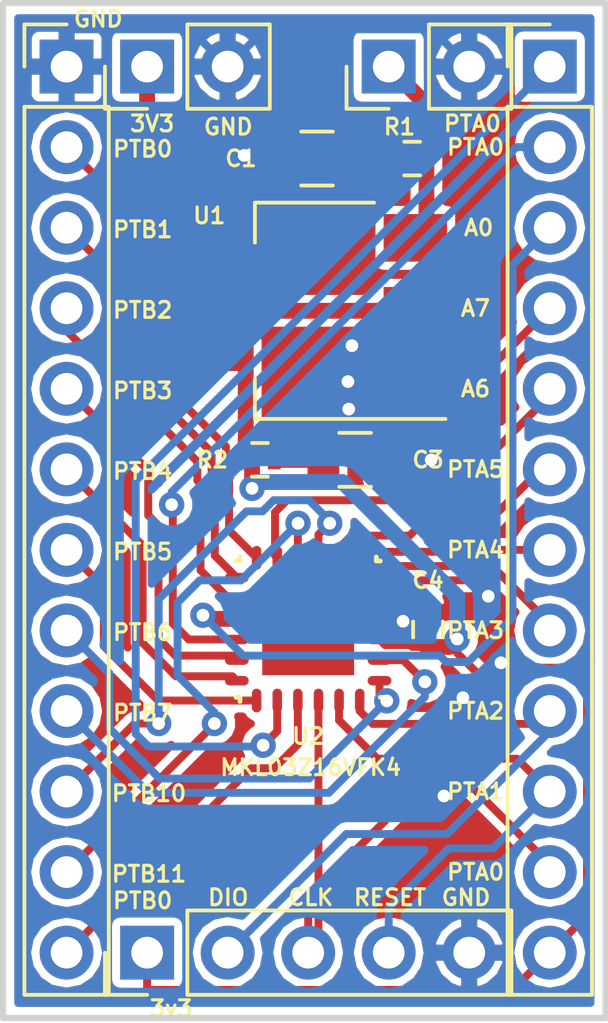
<source format=kicad_pcb>
(kicad_pcb (version 20170123) (host pcbnew "(2017-07-25 revision 161045f17)-makepkg")

  (general
    (thickness 1.6)
    (drawings 35)
    (tracks 259)
    (zones 0)
    (modules 12)
    (nets 28)
  )

  (page A4)
  (layers
    (0 F.Cu signal)
    (31 B.Cu signal hide)
    (32 B.Adhes user)
    (33 F.Adhes user)
    (34 B.Paste user)
    (35 F.Paste user)
    (36 B.SilkS user)
    (37 F.SilkS user)
    (38 B.Mask user)
    (39 F.Mask user)
    (40 Dwgs.User user)
    (41 Cmts.User user)
    (42 Eco1.User user)
    (43 Eco2.User user)
    (44 Edge.Cuts user)
    (45 Margin user)
    (46 B.CrtYd user hide)
    (47 F.CrtYd user hide)
    (48 B.Fab user)
    (49 F.Fab user hide)
  )

  (setup
    (last_trace_width 0.25)
    (user_trace_width 0.5)
    (trace_clearance 0.2)
    (zone_clearance 0.25)
    (zone_45_only no)
    (trace_min 0.2)
    (segment_width 0.2)
    (edge_width 0.15)
    (via_size 0.8)
    (via_drill 0.4)
    (via_min_size 0.4)
    (via_min_drill 0.3)
    (uvia_size 0.3)
    (uvia_drill 0.1)
    (uvias_allowed no)
    (uvia_min_size 0.2)
    (uvia_min_drill 0.1)
    (pcb_text_width 0.3)
    (pcb_text_size 1.5 1.5)
    (mod_edge_width 0.15)
    (mod_text_size 0.5 0.5)
    (mod_text_width 0.1)
    (pad_size 1.7 1.7)
    (pad_drill 1)
    (pad_to_mask_clearance 0.2)
    (aux_axis_origin 0 0)
    (visible_elements 7FFFEFFF)
    (pcbplotparams
      (layerselection 0x00030_ffffffff)
      (usegerberextensions false)
      (excludeedgelayer true)
      (linewidth 0.100000)
      (plotframeref false)
      (viasonmask false)
      (mode 1)
      (useauxorigin false)
      (hpglpennumber 1)
      (hpglpenspeed 20)
      (hpglpendiameter 15)
      (psnegative false)
      (psa4output false)
      (plotreference true)
      (plotvalue true)
      (plotinvisibletext false)
      (padsonsilk false)
      (subtractmaskfromsilk false)
      (outputformat 1)
      (mirror false)
      (drillshape 1)
      (scaleselection 1)
      (outputdirectory ""))
  )

  (net 0 "")
  (net 1 /PTB6)
  (net 2 /PTB7)
  (net 3 +3V3)
  (net 4 GND)
  (net 5 /PTA3)
  (net 6 /PTA4)
  (net 7 /PTA5)
  (net 8 /PTA6)
  (net 9 /PTB10)
  (net 10 /PTB11)
  (net 11 /PTA7)
  (net 12 /PTB0)
  (net 13 /PTB1)
  (net 14 /PTB2)
  (net 15 /PTA8)
  (net 16 /PTA9)
  (net 17 /PTB3)
  (net 18 /PTB4)
  (net 19 /PTB5)
  (net 20 /PTA12)
  (net 21 /PTB13)
  (net 22 /PTA0)
  (net 23 /PTA1)
  (net 24 /PTA2)
  (net 25 VDC)
  (net 26 "Net-(C1-Pad1)")
  (net 27 "Net-(C3-Pad1)")

  (net_class Default "This is the default net class."
    (clearance 0.2)
    (trace_width 0.25)
    (via_dia 0.8)
    (via_drill 0.4)
    (uvia_dia 0.3)
    (uvia_drill 0.1)
    (add_net +3V3)
    (add_net /PTA0)
    (add_net /PTA12)
    (add_net /PTA2)
    (add_net /PTA3)
    (add_net /PTA5)
    (add_net /PTA6)
    (add_net /PTA7)
    (add_net /PTA8)
    (add_net /PTA9)
    (add_net /PTB0)
    (add_net /PTB1)
    (add_net /PTB10)
    (add_net /PTB11)
    (add_net /PTB13)
    (add_net /PTB2)
    (add_net /PTB3)
    (add_net /PTB4)
    (add_net /PTB5)
    (add_net /PTB6)
    (add_net /PTB7)
    (add_net GND)
    (add_net "Net-(C1-Pad1)")
    (add_net "Net-(C3-Pad1)")
    (add_net VDC)
  )

  (net_class "50 OHM" ""
    (clearance 0.2)
    (trace_width 0.35)
    (via_dia 0.8)
    (via_drill 0.4)
    (uvia_dia 0.3)
    (uvia_drill 0.1)
    (add_net /PTA1)
    (add_net /PTA4)
  )

  (net_class POWER ""
    (clearance 0.2)
    (trace_width 0.5)
    (via_dia 0.8)
    (via_drill 0.4)
    (uvia_dia 0.3)
    (uvia_drill 0.1)
  )

  (module Capacitors_SMD:C_0402 (layer F.Cu) (tedit 58AA841A) (tstamp 59E5568A)
    (at 113.4 119.75 90)
    (descr "Capacitor SMD 0402, reflow soldering, AVX (see smccp.pdf)")
    (tags "capacitor 0402")
    (path /59D8A88A)
    (attr smd)
    (fp_text reference C4 (at 1.55 0 180) (layer F.SilkS)
      (effects (font (size 0.5 0.5) (thickness 0.1)))
    )
    (fp_text value 0.1uF (at 0 1.27 90) (layer F.Fab)
      (effects (font (size 1 1) (thickness 0.15)))
    )
    (fp_line (start 1 0.4) (end -1 0.4) (layer F.CrtYd) (width 0.05))
    (fp_line (start 1 0.4) (end 1 -0.4) (layer F.CrtYd) (width 0.05))
    (fp_line (start -1 -0.4) (end -1 0.4) (layer F.CrtYd) (width 0.05))
    (fp_line (start -1 -0.4) (end 1 -0.4) (layer F.CrtYd) (width 0.05))
    (fp_line (start -0.25 0.47) (end 0.25 0.47) (layer F.SilkS) (width 0.12))
    (fp_line (start 0.25 -0.47) (end -0.25 -0.47) (layer F.SilkS) (width 0.12))
    (fp_line (start -0.5 -0.25) (end 0.5 -0.25) (layer F.Fab) (width 0.1))
    (fp_line (start 0.5 -0.25) (end 0.5 0.25) (layer F.Fab) (width 0.1))
    (fp_line (start 0.5 0.25) (end -0.5 0.25) (layer F.Fab) (width 0.1))
    (fp_line (start -0.5 0.25) (end -0.5 -0.25) (layer F.Fab) (width 0.1))
    (fp_text user %R (at 0 -1.270001 90) (layer F.Fab)
      (effects (font (size 0.5 0.5) (thickness 0.1)))
    )
    (pad 2 smd rect (at 0.55 0 90) (size 0.6 0.5) (layers F.Cu F.Paste F.Mask)
      (net 4 GND))
    (pad 1 smd rect (at -0.55 0 90) (size 0.6 0.5) (layers F.Cu F.Paste F.Mask)
      (net 3 +3V3))
    (model Capacitors_SMD.3dshapes/C_0402.wrl
      (at (xyz 0 0 0))
      (scale (xyz 1 1 1))
      (rotate (xyz 0 0 0))
    )
  )

  (module Capacitors_SMD:C_0805 (layer F.Cu) (tedit 58AA8463) (tstamp 59E55679)
    (at 111.1 114.4)
    (descr "Capacitor SMD 0805, reflow soldering, AVX (see smccp.pdf)")
    (tags "capacitor 0805")
    (path /59E3FD96)
    (attr smd)
    (fp_text reference C3 (at 2.3 0) (layer F.SilkS)
      (effects (font (size 0.5 0.5) (thickness 0.1)))
    )
    (fp_text value 10uF (at 0 1.75) (layer F.Fab)
      (effects (font (size 1 1) (thickness 0.15)))
    )
    (fp_text user %R (at 0 -1.5) (layer F.Fab)
      (effects (font (size 0.5 0.5) (thickness 0.1)))
    )
    (fp_line (start -1 0.62) (end -1 -0.62) (layer F.Fab) (width 0.1))
    (fp_line (start 1 0.62) (end -1 0.62) (layer F.Fab) (width 0.1))
    (fp_line (start 1 -0.62) (end 1 0.62) (layer F.Fab) (width 0.1))
    (fp_line (start -1 -0.62) (end 1 -0.62) (layer F.Fab) (width 0.1))
    (fp_line (start 0.5 -0.85) (end -0.5 -0.85) (layer F.SilkS) (width 0.12))
    (fp_line (start -0.5 0.85) (end 0.5 0.85) (layer F.SilkS) (width 0.12))
    (fp_line (start -1.75 -0.88) (end 1.75 -0.88) (layer F.CrtYd) (width 0.05))
    (fp_line (start -1.75 -0.88) (end -1.75 0.87) (layer F.CrtYd) (width 0.05))
    (fp_line (start 1.75 0.87) (end 1.75 -0.88) (layer F.CrtYd) (width 0.05))
    (fp_line (start 1.75 0.87) (end -1.75 0.87) (layer F.CrtYd) (width 0.05))
    (pad 1 smd rect (at -1 0) (size 1 1.25) (layers F.Cu F.Paste F.Mask)
      (net 27 "Net-(C3-Pad1)"))
    (pad 2 smd rect (at 1 0) (size 1 1.25) (layers F.Cu F.Paste F.Mask)
      (net 4 GND))
    (model Capacitors_SMD.3dshapes/C_0805.wrl
      (at (xyz 0 0 0))
      (scale (xyz 1 1 1))
      (rotate (xyz 0 0 0))
    )
  )

  (module Capacitors_SMD:C_0805 (layer F.Cu) (tedit 58AA8463) (tstamp 59E55668)
    (at 109.9 104.9 180)
    (descr "Capacitor SMD 0805, reflow soldering, AVX (see smccp.pdf)")
    (tags "capacitor 0805")
    (path /59E3FE29)
    (attr smd)
    (fp_text reference C1 (at 2.4 0 180) (layer F.SilkS)
      (effects (font (size 0.5 0.5) (thickness 0.1)))
    )
    (fp_text value 10uF (at 0 1.75 180) (layer F.Fab)
      (effects (font (size 1 1) (thickness 0.15)))
    )
    (fp_line (start 1.75 0.87) (end -1.75 0.87) (layer F.CrtYd) (width 0.05))
    (fp_line (start 1.75 0.87) (end 1.75 -0.88) (layer F.CrtYd) (width 0.05))
    (fp_line (start -1.75 -0.88) (end -1.75 0.87) (layer F.CrtYd) (width 0.05))
    (fp_line (start -1.75 -0.88) (end 1.75 -0.88) (layer F.CrtYd) (width 0.05))
    (fp_line (start -0.5 0.85) (end 0.5 0.85) (layer F.SilkS) (width 0.12))
    (fp_line (start 0.5 -0.85) (end -0.5 -0.85) (layer F.SilkS) (width 0.12))
    (fp_line (start -1 -0.62) (end 1 -0.62) (layer F.Fab) (width 0.1))
    (fp_line (start 1 -0.62) (end 1 0.62) (layer F.Fab) (width 0.1))
    (fp_line (start 1 0.62) (end -1 0.62) (layer F.Fab) (width 0.1))
    (fp_line (start -1 0.62) (end -1 -0.62) (layer F.Fab) (width 0.1))
    (fp_text user %R (at 0 -1.5 180) (layer F.Fab)
      (effects (font (size 0.5 0.5) (thickness 0.1)))
    )
    (pad 2 smd rect (at 1 0 180) (size 1 1.25) (layers F.Cu F.Paste F.Mask)
      (net 4 GND))
    (pad 1 smd rect (at -1 0 180) (size 1 1.25) (layers F.Cu F.Paste F.Mask)
      (net 26 "Net-(C1-Pad1)"))
    (model Capacitors_SMD.3dshapes/C_0805.wrl
      (at (xyz 0 0 0))
      (scale (xyz 1 1 1))
      (rotate (xyz 0 0 0))
    )
  )

  (module Pin_Headers:Pin_Header_Straight_1x02_Pitch2.54mm (layer F.Cu) (tedit 59E58305) (tstamp 59E55657)
    (at 104.54 102 90)
    (descr "Through hole straight pin header, 1x02, 2.54mm pitch, single row")
    (tags "Through hole pin header THT 1x02 2.54mm single row")
    (path /59E40947)
    (fp_text reference J2 (at 0 -2.33 90) (layer F.SilkS) hide
      (effects (font (size 0.5 0.5) (thickness 0.1)))
    )
    (fp_text value CONN_01X02 (at 0 4.87 90) (layer F.Fab)
      (effects (font (size 1 1) (thickness 0.15)))
    )
    (fp_line (start -0.635 -1.27) (end 1.27 -1.27) (layer F.Fab) (width 0.1))
    (fp_line (start 1.27 -1.27) (end 1.27 3.81) (layer F.Fab) (width 0.1))
    (fp_line (start 1.27 3.81) (end -1.27 3.81) (layer F.Fab) (width 0.1))
    (fp_line (start -1.27 3.81) (end -1.27 -0.635) (layer F.Fab) (width 0.1))
    (fp_line (start -1.27 -0.635) (end -0.635 -1.27) (layer F.Fab) (width 0.1))
    (fp_line (start -1.33 3.87) (end 1.33 3.87) (layer F.SilkS) (width 0.12))
    (fp_line (start -1.33 1.27) (end -1.33 3.87) (layer F.SilkS) (width 0.12))
    (fp_line (start 1.33 1.27) (end 1.33 3.87) (layer F.SilkS) (width 0.12))
    (fp_line (start -1.33 1.27) (end 1.33 1.27) (layer F.SilkS) (width 0.12))
    (fp_line (start -1.33 0) (end -1.33 -1.33) (layer F.SilkS) (width 0.12))
    (fp_line (start -1.33 -1.33) (end 0 -1.33) (layer F.SilkS) (width 0.12))
    (fp_line (start -1.8 -1.8) (end -1.8 4.35) (layer F.CrtYd) (width 0.05))
    (fp_line (start -1.8 4.35) (end 1.8 4.35) (layer F.CrtYd) (width 0.05))
    (fp_line (start 1.8 4.35) (end 1.8 -1.8) (layer F.CrtYd) (width 0.05))
    (fp_line (start 1.8 -1.8) (end -1.8 -1.8) (layer F.CrtYd) (width 0.05))
    (fp_text user %R (at 0 1.27 180) (layer F.Fab)
      (effects (font (size 0.5 0.5) (thickness 0.1)))
    )
    (pad 1 thru_hole rect (at 0 0 90) (size 1.7 1.7) (drill 1) (layers *.Cu *.Mask)
      (net 3 +3V3))
    (pad 2 thru_hole oval (at 0 2.54 90) (size 1.7 1.7) (drill 1) (layers *.Cu *.Mask)
      (net 4 GND))
    (model ${KISYS3DMOD}/Pin_Headers.3dshapes/Pin_Header_Straight_1x02_Pitch2.54mm.wrl
      (at (xyz 0 0 0))
      (scale (xyz 1 1 1))
      (rotate (xyz 0 0 0))
    )
  )

  (module Pin_Headers:Pin_Header_Straight_1x02_Pitch2.54mm (layer F.Cu) (tedit 59E582F8) (tstamp 59E55641)
    (at 112.16 102 90)
    (descr "Through hole straight pin header, 1x02, 2.54mm pitch, single row")
    (tags "Through hole pin header THT 1x02 2.54mm single row")
    (path /59E40AB8)
    (fp_text reference J1 (at 0 -2.33 90) (layer F.SilkS) hide
      (effects (font (size 0.5 0.5) (thickness 0.1)))
    )
    (fp_text value CONN_01X02 (at 0 4.87 90) (layer F.Fab)
      (effects (font (size 1 1) (thickness 0.15)))
    )
    (fp_text user %R (at 0 1.27 180) (layer F.Fab)
      (effects (font (size 0.5 0.5) (thickness 0.1)))
    )
    (fp_line (start 1.8 -1.8) (end -1.8 -1.8) (layer F.CrtYd) (width 0.05))
    (fp_line (start 1.8 4.35) (end 1.8 -1.8) (layer F.CrtYd) (width 0.05))
    (fp_line (start -1.8 4.35) (end 1.8 4.35) (layer F.CrtYd) (width 0.05))
    (fp_line (start -1.8 -1.8) (end -1.8 4.35) (layer F.CrtYd) (width 0.05))
    (fp_line (start -1.33 -1.33) (end 0 -1.33) (layer F.SilkS) (width 0.12))
    (fp_line (start -1.33 0) (end -1.33 -1.33) (layer F.SilkS) (width 0.12))
    (fp_line (start -1.33 1.27) (end 1.33 1.27) (layer F.SilkS) (width 0.12))
    (fp_line (start 1.33 1.27) (end 1.33 3.87) (layer F.SilkS) (width 0.12))
    (fp_line (start -1.33 1.27) (end -1.33 3.87) (layer F.SilkS) (width 0.12))
    (fp_line (start -1.33 3.87) (end 1.33 3.87) (layer F.SilkS) (width 0.12))
    (fp_line (start -1.27 -0.635) (end -0.635 -1.27) (layer F.Fab) (width 0.1))
    (fp_line (start -1.27 3.81) (end -1.27 -0.635) (layer F.Fab) (width 0.1))
    (fp_line (start 1.27 3.81) (end -1.27 3.81) (layer F.Fab) (width 0.1))
    (fp_line (start 1.27 -1.27) (end 1.27 3.81) (layer F.Fab) (width 0.1))
    (fp_line (start -0.635 -1.27) (end 1.27 -1.27) (layer F.Fab) (width 0.1))
    (pad 2 thru_hole oval (at 0 2.54 90) (size 1.7 1.7) (drill 1) (layers *.Cu *.Mask)
      (net 4 GND))
    (pad 1 thru_hole rect (at 0 0 90) (size 1.7 1.7) (drill 1) (layers *.Cu *.Mask)
      (net 25 VDC))
    (model ${KISYS3DMOD}/Pin_Headers.3dshapes/Pin_Header_Straight_1x02_Pitch2.54mm.wrl
      (at (xyz 0 0 0))
      (scale (xyz 1 1 1))
      (rotate (xyz 0 0 0))
    )
  )

  (module Pin_Headers:Pin_Header_Straight_1x05_Pitch2.54mm (layer F.Cu) (tedit 59E5847D) (tstamp 59E5562B)
    (at 104.54 129.94 90)
    (descr "Through hole straight pin header, 1x05, 2.54mm pitch, single row")
    (tags "Through hole pin header THT 1x05 2.54mm single row")
    (path /59D88A29)
    (fp_text reference J3 (at 0 -2.33 90) (layer F.SilkS) hide
      (effects (font (size 0.5 0.5) (thickness 0.1)))
    )
    (fp_text value SWD (at 0 12.49 90) (layer F.Fab)
      (effects (font (size 1 1) (thickness 0.15)))
    )
    (fp_text user %R (at 0 5.08 180) (layer F.Fab)
      (effects (font (size 0.5 0.5) (thickness 0.1)))
    )
    (fp_line (start 1.8 -1.8) (end -1.8 -1.8) (layer F.CrtYd) (width 0.05))
    (fp_line (start 1.8 11.95) (end 1.8 -1.8) (layer F.CrtYd) (width 0.05))
    (fp_line (start -1.8 11.95) (end 1.8 11.95) (layer F.CrtYd) (width 0.05))
    (fp_line (start -1.8 -1.8) (end -1.8 11.95) (layer F.CrtYd) (width 0.05))
    (fp_line (start -1.33 -1.33) (end 0 -1.33) (layer F.SilkS) (width 0.12))
    (fp_line (start -1.33 0) (end -1.33 -1.33) (layer F.SilkS) (width 0.12))
    (fp_line (start -1.33 1.27) (end 1.33 1.27) (layer F.SilkS) (width 0.12))
    (fp_line (start 1.33 1.27) (end 1.33 11.49) (layer F.SilkS) (width 0.12))
    (fp_line (start -1.33 1.27) (end -1.33 11.49) (layer F.SilkS) (width 0.12))
    (fp_line (start -1.33 11.49) (end 1.33 11.49) (layer F.SilkS) (width 0.12))
    (fp_line (start -1.27 -0.635) (end -0.635 -1.27) (layer F.Fab) (width 0.1))
    (fp_line (start -1.27 11.43) (end -1.27 -0.635) (layer F.Fab) (width 0.1))
    (fp_line (start 1.27 11.43) (end -1.27 11.43) (layer F.Fab) (width 0.1))
    (fp_line (start 1.27 -1.27) (end 1.27 11.43) (layer F.Fab) (width 0.1))
    (fp_line (start -0.635 -1.27) (end 1.27 -1.27) (layer F.Fab) (width 0.1))
    (pad 5 thru_hole oval (at 0 10.16 90) (size 1.7 1.7) (drill 1) (layers *.Cu *.Mask)
      (net 4 GND))
    (pad 4 thru_hole oval (at 0 7.62 90) (size 1.7 1.7) (drill 1) (layers *.Cu *.Mask)
      (net 23 /PTA1))
    (pad 3 thru_hole oval (at 0 5.08 90) (size 1.7 1.7) (drill 1) (layers *.Cu *.Mask)
      (net 22 /PTA0))
    (pad 2 thru_hole oval (at 0 2.54 90) (size 1.7 1.7) (drill 1) (layers *.Cu *.Mask)
      (net 24 /PTA2))
    (pad 1 thru_hole rect (at 0 0 90) (size 1.7 1.7) (drill 1) (layers *.Cu *.Mask)
      (net 3 +3V3))
    (model ${KISYS3DMOD}/Pin_Headers.3dshapes/Pin_Header_Straight_1x05_Pitch2.54mm.wrl
      (at (xyz 0 0 0))
      (scale (xyz 1 1 1))
      (rotate (xyz 0 0 0))
    )
  )

  (module Pin_Headers:Pin_Header_Straight_1x12_Pitch2.54mm (layer F.Cu) (tedit 59E582FD) (tstamp 59E55612)
    (at 117.24 102)
    (descr "Through hole straight pin header, 1x12, 2.54mm pitch, single row")
    (tags "Through hole pin header THT 1x12 2.54mm single row")
    (path /59D8AEBA)
    (fp_text reference J5 (at 0 -2.33) (layer F.SilkS) hide
      (effects (font (size 0.5 0.5) (thickness 0.1)))
    )
    (fp_text value PORTB (at 0 30.27) (layer F.Fab)
      (effects (font (size 1 1) (thickness 0.15)))
    )
    (fp_text user %R (at 0 13.97 90) (layer F.Fab)
      (effects (font (size 0.5 0.5) (thickness 0.1)))
    )
    (fp_line (start 1.8 -1.8) (end -1.8 -1.8) (layer F.CrtYd) (width 0.05))
    (fp_line (start 1.8 29.75) (end 1.8 -1.8) (layer F.CrtYd) (width 0.05))
    (fp_line (start -1.8 29.75) (end 1.8 29.75) (layer F.CrtYd) (width 0.05))
    (fp_line (start -1.8 -1.8) (end -1.8 29.75) (layer F.CrtYd) (width 0.05))
    (fp_line (start -1.33 -1.33) (end 0 -1.33) (layer F.SilkS) (width 0.12))
    (fp_line (start -1.33 0) (end -1.33 -1.33) (layer F.SilkS) (width 0.12))
    (fp_line (start -1.33 1.27) (end 1.33 1.27) (layer F.SilkS) (width 0.12))
    (fp_line (start 1.33 1.27) (end 1.33 29.27) (layer F.SilkS) (width 0.12))
    (fp_line (start -1.33 1.27) (end -1.33 29.27) (layer F.SilkS) (width 0.12))
    (fp_line (start -1.33 29.27) (end 1.33 29.27) (layer F.SilkS) (width 0.12))
    (fp_line (start -1.27 -0.635) (end -0.635 -1.27) (layer F.Fab) (width 0.1))
    (fp_line (start -1.27 29.21) (end -1.27 -0.635) (layer F.Fab) (width 0.1))
    (fp_line (start 1.27 29.21) (end -1.27 29.21) (layer F.Fab) (width 0.1))
    (fp_line (start 1.27 -1.27) (end 1.27 29.21) (layer F.Fab) (width 0.1))
    (fp_line (start -0.635 -1.27) (end 1.27 -1.27) (layer F.Fab) (width 0.1))
    (pad 12 thru_hole oval (at 0 27.94) (size 1.7 1.7) (drill 1) (layers *.Cu *.Mask)
      (net 3 +3V3))
    (pad 11 thru_hole oval (at 0 25.4) (size 1.7 1.7) (drill 1) (layers *.Cu *.Mask)
      (net 22 /PTA0))
    (pad 10 thru_hole oval (at 0 22.86) (size 1.7 1.7) (drill 1) (layers *.Cu *.Mask)
      (net 23 /PTA1))
    (pad 9 thru_hole oval (at 0 20.32) (size 1.7 1.7) (drill 1) (layers *.Cu *.Mask)
      (net 24 /PTA2))
    (pad 8 thru_hole oval (at 0 17.78) (size 1.7 1.7) (drill 1) (layers *.Cu *.Mask)
      (net 5 /PTA3))
    (pad 7 thru_hole oval (at 0 15.24) (size 1.7 1.7) (drill 1) (layers *.Cu *.Mask)
      (net 6 /PTA4))
    (pad 6 thru_hole oval (at 0 12.7) (size 1.7 1.7) (drill 1) (layers *.Cu *.Mask)
      (net 7 /PTA5))
    (pad 5 thru_hole oval (at 0 10.16) (size 1.7 1.7) (drill 1) (layers *.Cu *.Mask)
      (net 8 /PTA6))
    (pad 4 thru_hole oval (at 0 7.62) (size 1.7 1.7) (drill 1) (layers *.Cu *.Mask)
      (net 11 /PTA7))
    (pad 3 thru_hole oval (at 0 5.08) (size 1.7 1.7) (drill 1) (layers *.Cu *.Mask)
      (net 15 /PTA8))
    (pad 2 thru_hole oval (at 0 2.54) (size 1.7 1.7) (drill 1) (layers *.Cu *.Mask)
      (net 16 /PTA9))
    (pad 1 thru_hole rect (at 0 0) (size 1.7 1.7) (drill 1) (layers *.Cu *.Mask)
      (net 20 /PTA12))
    (model ${KISYS3DMOD}/Pin_Headers.3dshapes/Pin_Header_Straight_1x12_Pitch2.54mm.wrl
      (at (xyz 0 0 0))
      (scale (xyz 1 1 1))
      (rotate (xyz 0 0 0))
    )
  )

  (module Pin_Headers:Pin_Header_Straight_1x12_Pitch2.54mm (layer F.Cu) (tedit 59E59750) (tstamp 59E555F2)
    (at 102 102)
    (descr "Through hole straight pin header, 1x12, 2.54mm pitch, single row")
    (tags "Through hole pin header THT 1x12 2.54mm single row")
    (path /59D8AE38)
    (fp_text reference J4 (at 0.4 -2.3) (layer F.SilkS) hide
      (effects (font (size 0.5 0.5) (thickness 0.1)))
    )
    (fp_text value PORTA (at 0 30.27) (layer F.Fab)
      (effects (font (size 1 1) (thickness 0.15)))
    )
    (fp_text user %R (at 0 13.97 90) (layer F.Fab)
      (effects (font (size 0.5 0.5) (thickness 0.1)))
    )
    (fp_line (start 1.8 -1.8) (end -1.8 -1.8) (layer F.CrtYd) (width 0.05))
    (fp_line (start 1.8 29.75) (end 1.8 -1.8) (layer F.CrtYd) (width 0.05))
    (fp_line (start -1.8 29.75) (end 1.8 29.75) (layer F.CrtYd) (width 0.05))
    (fp_line (start -1.8 -1.8) (end -1.8 29.75) (layer F.CrtYd) (width 0.05))
    (fp_line (start -1.33 -1.33) (end 0 -1.33) (layer F.SilkS) (width 0.12))
    (fp_line (start -1.33 0) (end -1.33 -1.33) (layer F.SilkS) (width 0.12))
    (fp_line (start -1.33 1.27) (end 1.33 1.27) (layer F.SilkS) (width 0.12))
    (fp_line (start 1.33 1.27) (end 1.33 29.27) (layer F.SilkS) (width 0.12))
    (fp_line (start -1.33 1.27) (end -1.33 29.27) (layer F.SilkS) (width 0.12))
    (fp_line (start -1.33 29.27) (end 1.33 29.27) (layer F.SilkS) (width 0.12))
    (fp_line (start -1.27 -0.635) (end -0.635 -1.27) (layer F.Fab) (width 0.1))
    (fp_line (start -1.27 29.21) (end -1.27 -0.635) (layer F.Fab) (width 0.1))
    (fp_line (start 1.27 29.21) (end -1.27 29.21) (layer F.Fab) (width 0.1))
    (fp_line (start 1.27 -1.27) (end 1.27 29.21) (layer F.Fab) (width 0.1))
    (fp_line (start -0.635 -1.27) (end 1.27 -1.27) (layer F.Fab) (width 0.1))
    (pad 12 thru_hole oval (at 0 27.94) (size 1.7 1.7) (drill 1) (layers *.Cu *.Mask)
      (net 21 /PTB13))
    (pad 11 thru_hole oval (at 0 25.4) (size 1.7 1.7) (drill 1) (layers *.Cu *.Mask)
      (net 10 /PTB11))
    (pad 10 thru_hole oval (at 0 22.86) (size 1.7 1.7) (drill 1) (layers *.Cu *.Mask)
      (net 9 /PTB10))
    (pad 9 thru_hole oval (at 0 20.32) (size 1.7 1.7) (drill 1) (layers *.Cu *.Mask)
      (net 2 /PTB7))
    (pad 8 thru_hole oval (at 0 17.78) (size 1.7 1.7) (drill 1) (layers *.Cu *.Mask)
      (net 1 /PTB6))
    (pad 7 thru_hole oval (at 0 15.24) (size 1.7 1.7) (drill 1) (layers *.Cu *.Mask)
      (net 19 /PTB5))
    (pad 6 thru_hole oval (at 0 12.7) (size 1.7 1.7) (drill 1) (layers *.Cu *.Mask)
      (net 18 /PTB4))
    (pad 5 thru_hole oval (at 0 10.16) (size 1.7 1.7) (drill 1) (layers *.Cu *.Mask)
      (net 17 /PTB3))
    (pad 4 thru_hole oval (at 0 7.62) (size 1.7 1.7) (drill 1) (layers *.Cu *.Mask)
      (net 14 /PTB2))
    (pad 3 thru_hole oval (at 0 5.08) (size 1.7 1.7) (drill 1) (layers *.Cu *.Mask)
      (net 13 /PTB1))
    (pad 2 thru_hole oval (at 0 2.54) (size 1.7 1.7) (drill 1) (layers *.Cu *.Mask)
      (net 12 /PTB0))
    (pad 1 thru_hole rect (at 0 0) (size 1.7 1.7) (drill 1) (layers *.Cu *.Mask)
      (net 4 GND))
    (model ${KISYS3DMOD}/Pin_Headers.3dshapes/Pin_Header_Straight_1x12_Pitch2.54mm.wrl
      (at (xyz 0 0 0))
      (scale (xyz 1 1 1))
      (rotate (xyz 0 0 0))
    )
  )

  (module Resistors_SMD:R_0402 (layer F.Cu) (tedit 58E0A804) (tstamp 59E555D2)
    (at 108.1 114.4 180)
    (descr "Resistor SMD 0402, reflow soldering, Vishay (see dcrcw.pdf)")
    (tags "resistor 0402")
    (path /59E3FFBA)
    (attr smd)
    (fp_text reference R2 (at 1.5 0 180) (layer F.SilkS)
      (effects (font (size 0.5 0.5) (thickness 0.1)))
    )
    (fp_text value JUMPER (at 0 1.45 180) (layer F.Fab)
      (effects (font (size 1 1) (thickness 0.15)))
    )
    (fp_text user %R (at 0 -1.35 180) (layer F.Fab)
      (effects (font (size 0.5 0.5) (thickness 0.1)))
    )
    (fp_line (start -0.5 0.25) (end -0.5 -0.25) (layer F.Fab) (width 0.1))
    (fp_line (start 0.5 0.25) (end -0.5 0.25) (layer F.Fab) (width 0.1))
    (fp_line (start 0.5 -0.25) (end 0.5 0.25) (layer F.Fab) (width 0.1))
    (fp_line (start -0.5 -0.25) (end 0.5 -0.25) (layer F.Fab) (width 0.1))
    (fp_line (start 0.25 -0.53) (end -0.25 -0.53) (layer F.SilkS) (width 0.12))
    (fp_line (start -0.25 0.53) (end 0.25 0.53) (layer F.SilkS) (width 0.12))
    (fp_line (start -0.8 -0.45) (end 0.8 -0.45) (layer F.CrtYd) (width 0.05))
    (fp_line (start -0.8 -0.45) (end -0.8 0.45) (layer F.CrtYd) (width 0.05))
    (fp_line (start 0.8 0.45) (end 0.8 -0.45) (layer F.CrtYd) (width 0.05))
    (fp_line (start 0.8 0.45) (end -0.8 0.45) (layer F.CrtYd) (width 0.05))
    (pad 1 smd rect (at -0.45 0 180) (size 0.4 0.6) (layers F.Cu F.Paste F.Mask)
      (net 27 "Net-(C3-Pad1)"))
    (pad 2 smd rect (at 0.45 0 180) (size 0.4 0.6) (layers F.Cu F.Paste F.Mask)
      (net 3 +3V3))
    (model ${KISYS3DMOD}/Resistors_SMD.3dshapes/R_0402.wrl
      (at (xyz 0 0 0))
      (scale (xyz 1 1 1))
      (rotate (xyz 0 0 0))
    )
  )

  (module Resistors_SMD:R_0402 (layer F.Cu) (tedit 58E0A804) (tstamp 59E555C1)
    (at 112.9 104.9)
    (descr "Resistor SMD 0402, reflow soldering, Vishay (see dcrcw.pdf)")
    (tags "resistor 0402")
    (path /59E4005A)
    (attr smd)
    (fp_text reference R1 (at -0.4 -1) (layer F.SilkS)
      (effects (font (size 0.5 0.5) (thickness 0.1)))
    )
    (fp_text value JUMPER (at 0 1.45) (layer F.Fab)
      (effects (font (size 1 1) (thickness 0.15)))
    )
    (fp_line (start 0.8 0.45) (end -0.8 0.45) (layer F.CrtYd) (width 0.05))
    (fp_line (start 0.8 0.45) (end 0.8 -0.45) (layer F.CrtYd) (width 0.05))
    (fp_line (start -0.8 -0.45) (end -0.8 0.45) (layer F.CrtYd) (width 0.05))
    (fp_line (start -0.8 -0.45) (end 0.8 -0.45) (layer F.CrtYd) (width 0.05))
    (fp_line (start -0.25 0.53) (end 0.25 0.53) (layer F.SilkS) (width 0.12))
    (fp_line (start 0.25 -0.53) (end -0.25 -0.53) (layer F.SilkS) (width 0.12))
    (fp_line (start -0.5 -0.25) (end 0.5 -0.25) (layer F.Fab) (width 0.1))
    (fp_line (start 0.5 -0.25) (end 0.5 0.25) (layer F.Fab) (width 0.1))
    (fp_line (start 0.5 0.25) (end -0.5 0.25) (layer F.Fab) (width 0.1))
    (fp_line (start -0.5 0.25) (end -0.5 -0.25) (layer F.Fab) (width 0.1))
    (fp_text user %R (at 0 -1.35) (layer F.Fab)
      (effects (font (size 0.5 0.5) (thickness 0.1)))
    )
    (pad 2 smd rect (at 0.45 0) (size 0.4 0.6) (layers F.Cu F.Paste F.Mask)
      (net 25 VDC))
    (pad 1 smd rect (at -0.45 0) (size 0.4 0.6) (layers F.Cu F.Paste F.Mask)
      (net 26 "Net-(C1-Pad1)"))
    (model ${KISYS3DMOD}/Resistors_SMD.3dshapes/R_0402.wrl
      (at (xyz 0 0 0))
      (scale (xyz 1 1 1))
      (rotate (xyz 0 0 0))
    )
  )

  (module TO_SOT_Packages_SMD:SOT-223-3Lead_TabPin2 (layer F.Cu) (tedit 58CE4E7E) (tstamp 59E555B0)
    (at 109.85 109.7 180)
    (descr "module CMS SOT223 4 pins")
    (tags "CMS SOT")
    (path /59E3FB95)
    (attr smd)
    (fp_text reference U1 (at 3.35 3 180) (layer F.SilkS)
      (effects (font (size 0.5 0.5) (thickness 0.1)))
    )
    (fp_text value LM1117-3.3 (at 0 4.5 180) (layer F.Fab)
      (effects (font (size 1 1) (thickness 0.15)))
    )
    (fp_line (start 1.85 -3.35) (end 1.85 3.35) (layer F.Fab) (width 0.1))
    (fp_line (start -1.85 3.35) (end 1.85 3.35) (layer F.Fab) (width 0.1))
    (fp_line (start -4.1 -3.41) (end 1.91 -3.41) (layer F.SilkS) (width 0.12))
    (fp_line (start -0.85 -3.35) (end 1.85 -3.35) (layer F.Fab) (width 0.1))
    (fp_line (start -1.85 3.41) (end 1.91 3.41) (layer F.SilkS) (width 0.12))
    (fp_line (start -1.85 -2.35) (end -1.85 3.35) (layer F.Fab) (width 0.1))
    (fp_line (start -1.85 -2.35) (end -0.85 -3.35) (layer F.Fab) (width 0.1))
    (fp_line (start -4.4 -3.6) (end -4.4 3.6) (layer F.CrtYd) (width 0.05))
    (fp_line (start -4.4 3.6) (end 4.4 3.6) (layer F.CrtYd) (width 0.05))
    (fp_line (start 4.4 3.6) (end 4.4 -3.6) (layer F.CrtYd) (width 0.05))
    (fp_line (start 4.4 -3.6) (end -4.4 -3.6) (layer F.CrtYd) (width 0.05))
    (fp_line (start 1.91 -3.41) (end 1.91 -2.15) (layer F.SilkS) (width 0.12))
    (fp_line (start 1.91 3.41) (end 1.91 2.15) (layer F.SilkS) (width 0.12))
    (fp_text user %R (at 0 0 270) (layer F.Fab)
      (effects (font (size 0.5 0.5) (thickness 0.1)))
    )
    (pad 1 smd rect (at -3.15 -2.3 180) (size 2 1.5) (layers F.Cu F.Paste F.Mask)
      (net 4 GND))
    (pad 3 smd rect (at -3.15 2.3 180) (size 2 1.5) (layers F.Cu F.Paste F.Mask)
      (net 25 VDC))
    (pad 2 smd rect (at -3.15 0 180) (size 2 1.5) (layers F.Cu F.Paste F.Mask)
      (net 3 +3V3))
    (pad 2 smd rect (at 3.15 0 180) (size 2 3.8) (layers F.Cu F.Paste F.Mask)
      (net 3 +3V3))
    (model ${KISYS3DMOD}/TO_SOT_Packages_SMD.3dshapes/SOT-223.wrl
      (at (xyz 0 0 0))
      (scale (xyz 1 1 1))
      (rotate (xyz 0 0 0))
    )
  )

  (module parts:QFN-24_EP_4x4_Pitch0.65mm (layer F.Cu) (tedit 59E3F153) (tstamp 59E5559A)
    (at 109.62 119.740039 180)
    (path /59D86EF4)
    (attr smd)
    (fp_text reference U2 (at 0 -3.375 180) (layer F.SilkS)
      (effects (font (size 0.5 0.5) (thickness 0.1)))
    )
    (fp_text value MKL03Z16VFK4 (at 0 3.375 180) (layer F.Fab)
      (effects (font (size 1 1) (thickness 0.15)))
    )
    (fp_line (start -2.65 2.65) (end -2.65 -2.65) (layer F.CrtYd) (width 0.05))
    (fp_line (start 2.65 2.65) (end -2.65 2.65) (layer F.CrtYd) (width 0.05))
    (fp_line (start 2.65 -2.65) (end 2.65 2.65) (layer F.CrtYd) (width 0.05))
    (fp_line (start -2.65 -2.65) (end 2.65 -2.65) (layer F.CrtYd) (width 0.05))
    (fp_line (start -2.275 -2.150001) (end -2.375 -2.15) (layer F.SilkS) (width 0.15))
    (fp_line (start -2.15 2.15) (end -2.150001 2.275) (layer F.SilkS) (width 0.15))
    (fp_line (start -2.275 2.150001) (end -2.15 2.15) (layer F.SilkS) (width 0.15))
    (fp_line (start 2.15 2.15) (end 2.150001 2.275) (layer F.SilkS) (width 0.15))
    (fp_line (start 2.275 2.150001) (end 2.15 2.15) (layer F.SilkS) (width 0.15))
    (fp_line (start 2.15 -2.15) (end 2.150001 -2.275) (layer F.SilkS) (width 0.15))
    (fp_line (start 2.275 -2.150001) (end 2.15 -2.15) (layer F.SilkS) (width 0.15))
    (fp_line (start 2 -2) (end -1 -2) (layer F.Fab) (width 0.15))
    (fp_line (start 2 2) (end 2 -2) (layer F.Fab) (width 0.15))
    (fp_line (start -2 2) (end 2 2) (layer F.Fab) (width 0.15))
    (fp_line (start -2 -1) (end -2 2) (layer F.Fab) (width 0.15))
    (fp_line (start -1 -2) (end -2 -1) (layer F.Fab) (width 0.15))
    (pad 25 smd rect (at 0 0 180) (size 2.9 2.9) (layers F.Cu F.Paste F.Mask)
      (solder_paste_margin -0.1))
    (pad 24 smd oval (at -1.625 -2.25 180) (size 0.3 0.75) (layers F.Cu F.Paste F.Mask)
      (net 24 /PTA2))
    (pad 23 smd oval (at -0.975 -2.25 180) (size 0.3 0.75) (layers F.Cu F.Paste F.Mask)
      (net 23 /PTA1))
    (pad 22 smd oval (at -0.325 -2.25 180) (size 0.3 0.75) (layers F.Cu F.Paste F.Mask)
      (net 22 /PTA0))
    (pad 21 smd oval (at 0.325 -2.25 180) (size 0.3 0.75) (layers F.Cu F.Paste F.Mask)
      (net 21 /PTB13))
    (pad 20 smd oval (at 0.975 -2.25 180) (size 0.3 0.75) (layers F.Cu F.Paste F.Mask)
      (net 20 /PTA12))
    (pad 19 smd oval (at 1.625 -2.25 180) (size 0.3 0.75) (layers F.Cu F.Paste F.Mask)
      (net 19 /PTB5))
    (pad 18 smd oval (at 2.25 -1.625 270) (size 0.3 0.75) (layers F.Cu F.Paste F.Mask)
      (net 18 /PTB4))
    (pad 17 smd oval (at 2.25 -0.975 270) (size 0.3 0.75) (layers F.Cu F.Paste F.Mask)
      (net 17 /PTB3))
    (pad 16 smd oval (at 2.25 -0.325 270) (size 0.3 0.75) (layers F.Cu F.Paste F.Mask)
      (net 16 /PTA9))
    (pad 15 smd oval (at 2.25 0.325 270) (size 0.3 0.75) (layers F.Cu F.Paste F.Mask)
      (net 15 /PTA8))
    (pad 14 smd oval (at 2.25 0.975 270) (size 0.3 0.75) (layers F.Cu F.Paste F.Mask)
      (net 14 /PTB2))
    (pad 13 smd oval (at 2.25 1.625 270) (size 0.3 0.75) (layers F.Cu F.Paste F.Mask)
      (net 13 /PTB1))
    (pad 12 smd oval (at 1.625 2.25 180) (size 0.3 0.75) (layers F.Cu F.Paste F.Mask)
      (net 12 /PTB0))
    (pad 11 smd oval (at 0.975 2.25 180) (size 0.3 0.75) (layers F.Cu F.Paste F.Mask)
      (net 11 /PTA7))
    (pad 10 smd oval (at 0.325 2.25 180) (size 0.3 0.75) (layers F.Cu F.Paste F.Mask)
      (net 10 /PTB11))
    (pad 9 smd oval (at -0.325 2.25 180) (size 0.3 0.75) (layers F.Cu F.Paste F.Mask)
      (net 9 /PTB10))
    (pad 8 smd oval (at -0.975 2.25 180) (size 0.3 0.75) (layers F.Cu F.Paste F.Mask)
      (net 8 /PTA6))
    (pad 7 smd oval (at -1.625 2.25 180) (size 0.3 0.75) (layers F.Cu F.Paste F.Mask)
      (net 7 /PTA5))
    (pad 6 smd oval (at -2.25 1.625 270) (size 0.3 0.75) (layers F.Cu F.Paste F.Mask)
      (net 6 /PTA4))
    (pad 5 smd oval (at -2.25 0.975 270) (size 0.3 0.75) (layers F.Cu F.Paste F.Mask)
      (net 5 /PTA3))
    (pad 4 smd oval (at -2.25 0.325 270) (size 0.3 0.75) (layers F.Cu F.Paste F.Mask)
      (net 4 GND))
    (pad 3 smd oval (at -2.25 -0.325 270) (size 0.3 0.75) (layers F.Cu F.Paste F.Mask)
      (net 3 +3V3))
    (pad 2 smd oval (at -2.25 -0.975 270) (size 0.3 0.75) (layers F.Cu F.Paste F.Mask)
      (net 2 /PTB7))
    (pad 1 smd oval (at -2.25 -1.625 270) (size 0.3 0.75) (layers F.Cu F.Paste F.Mask)
      (net 1 /PTB6))
  )

  (gr_text MKL03Z16VFK4 (at 109.7 124.1) (layer F.SilkS)
    (effects (font (size 0.5 0.5) (thickness 0.1)))
  )
  (gr_text PTA0 (at 114.8 103.8) (layer F.SilkS) (tstamp 59E585D3)
    (effects (font (size 0.5 0.5) (thickness 0.1)))
  )
  (gr_text PTA0 (at 114.9 104.54) (layer F.SilkS) (tstamp 59E585D2)
    (effects (font (size 0.5 0.5) (thickness 0.1)))
  )
  (gr_text A0 (at 115 107.08) (layer F.SilkS) (tstamp 59E585D1)
    (effects (font (size 0.5 0.5) (thickness 0.1)))
  )
  (gr_text A7 (at 114.9 109.62) (layer F.SilkS) (tstamp 59E585D0)
    (effects (font (size 0.5 0.5) (thickness 0.1)))
  )
  (gr_text A6 (at 114.9 112.16) (layer F.SilkS) (tstamp 59E585CF)
    (effects (font (size 0.5 0.5) (thickness 0.1)))
  )
  (gr_text PTA5 (at 114.9 114.7) (layer F.SilkS) (tstamp 59E585CE)
    (effects (font (size 0.5 0.5) (thickness 0.1)))
  )
  (gr_text PTA4 (at 114.9 117.24) (layer F.SilkS) (tstamp 59E585CD)
    (effects (font (size 0.5 0.5) (thickness 0.1)))
  )
  (gr_text PTA3 (at 114.9 119.78) (layer F.SilkS) (tstamp 59E585CC)
    (effects (font (size 0.5 0.5) (thickness 0.1)))
  )
  (gr_text "PTA2\n" (at 114.9 122.32) (layer F.SilkS) (tstamp 59E585CB)
    (effects (font (size 0.5 0.5) (thickness 0.1)))
  )
  (gr_text PTA1 (at 114.9 124.86) (layer F.SilkS) (tstamp 59E585CA)
    (effects (font (size 0.5 0.5) (thickness 0.1)))
  )
  (gr_text PTA0 (at 114.9 127.4) (layer F.SilkS) (tstamp 59E585B8)
    (effects (font (size 0.5 0.5) (thickness 0.1)))
  )
  (gr_text GND (at 114.6 128.2) (layer F.SilkS) (tstamp 59E585B6)
    (effects (font (size 0.5 0.5) (thickness 0.1)))
  )
  (gr_text RESET (at 112.2 128.2) (layer F.SilkS) (tstamp 59E585B3)
    (effects (font (size 0.5 0.5) (thickness 0.1)))
  )
  (gr_text CLK (at 109.7 128.2) (layer F.SilkS) (tstamp 59E585B1)
    (effects (font (size 0.5 0.5) (thickness 0.1)))
  )
  (gr_text DIO (at 107.1 128.2) (layer F.SilkS) (tstamp 59E585AD)
    (effects (font (size 0.5 0.5) (thickness 0.1)))
  )
  (gr_text 3v3 (at 105.3 131.7) (layer F.SilkS) (tstamp 59E585A5)
    (effects (font (size 0.5 0.5) (thickness 0.1)))
  )
  (gr_text PTB0 (at 104.4 128.3) (layer F.SilkS) (tstamp 59E5856F)
    (effects (font (size 0.5 0.5) (thickness 0.1)))
  )
  (gr_text PTB11 (at 104.6 127.46) (layer F.SilkS) (tstamp 59E5856E)
    (effects (font (size 0.5 0.5) (thickness 0.1)))
  )
  (gr_text PTB10 (at 104.6 124.92) (layer F.SilkS) (tstamp 59E5856D)
    (effects (font (size 0.5 0.5) (thickness 0.1)))
  )
  (gr_text PTB7 (at 104.4 122.38) (layer F.SilkS) (tstamp 59E5856C)
    (effects (font (size 0.5 0.5) (thickness 0.1)))
  )
  (gr_text PTB6 (at 104.4 119.84) (layer F.SilkS) (tstamp 59E5856B)
    (effects (font (size 0.5 0.5) (thickness 0.1)))
  )
  (gr_text PTB5 (at 104.4 117.3) (layer F.SilkS) (tstamp 59E5856A)
    (effects (font (size 0.5 0.5) (thickness 0.1)))
  )
  (gr_text PTB4 (at 104.4 114.76) (layer F.SilkS) (tstamp 59E58569)
    (effects (font (size 0.5 0.5) (thickness 0.1)))
  )
  (gr_text PTB3 (at 104.4 112.22) (layer F.SilkS) (tstamp 59E58568)
    (effects (font (size 0.5 0.5) (thickness 0.1)))
  )
  (gr_text PTB2 (at 104.4 109.68) (layer F.SilkS) (tstamp 59E58567)
    (effects (font (size 0.5 0.5) (thickness 0.1)))
  )
  (gr_text "PTB1\n" (at 104.4 107.14) (layer F.SilkS) (tstamp 59E58566)
    (effects (font (size 0.5 0.5) (thickness 0.1)))
  )
  (gr_text PTB0 (at 104.4 104.6) (layer F.SilkS) (tstamp 59E58531)
    (effects (font (size 0.5 0.5) (thickness 0.1)))
  )
  (gr_text 3V3 (at 104.7 103.8) (layer F.SilkS) (tstamp 59E5852B)
    (effects (font (size 0.5 0.5) (thickness 0.1)))
  )
  (gr_text GND (at 103 100.5) (layer F.SilkS) (tstamp 59E58516)
    (effects (font (size 0.5 0.5) (thickness 0.1)))
  )
  (gr_text GND (at 107.1 103.9) (layer F.SilkS)
    (effects (font (size 0.5 0.5) (thickness 0.1)))
  )
  (gr_line (start 119 100) (end 100 100) (layer Edge.Cuts) (width 0.2))
  (gr_line (start 119 132) (end 119 100) (layer Edge.Cuts) (width 0.2))
  (gr_line (start 100 132) (end 119 132) (layer Edge.Cuts) (width 0.2))
  (gr_line (start 100 100) (end 100 132) (layer Edge.Cuts) (width 0.2))

  (segment (start 103.349989 121.129989) (end 102 119.78) (width 0.25) (layer B.Cu) (net 1))
  (segment (start 109.649991 124.450009) (end 104.935496 124.450009) (width 0.25) (layer B.Cu) (net 1))
  (segment (start 104.935496 124.450009) (end 103.349989 122.864502) (width 0.25) (layer B.Cu) (net 1))
  (segment (start 112.1 122) (end 109.649991 124.450009) (width 0.25) (layer B.Cu) (net 1))
  (segment (start 103.349989 122.864502) (end 103.349989 121.129989) (width 0.25) (layer B.Cu) (net 1))
  (segment (start 111.87 121.365039) (end 111.87 121.77) (width 0.25) (layer F.Cu) (net 1))
  (segment (start 111.87 121.77) (end 112.1 122) (width 0.25) (layer F.Cu) (net 1))
  (via (at 112.1 122) (size 0.8) (drill 0.4) (layers F.Cu B.Cu) (net 1))
  (segment (start 104.58002 124.90002) (end 102 122.32) (width 0.25) (layer B.Cu) (net 2))
  (segment (start 110.272982 124.90002) (end 104.58002 124.90002) (width 0.25) (layer B.Cu) (net 2))
  (segment (start 113.3 121.873002) (end 110.272982 124.90002) (width 0.25) (layer B.Cu) (net 2))
  (segment (start 113.3 121.4) (end 113.3 121.873002) (width 0.25) (layer B.Cu) (net 2))
  (segment (start 111.87 120.715039) (end 112.615039 120.715039) (width 0.25) (layer F.Cu) (net 2))
  (segment (start 112.615039 120.715039) (end 113.3 121.4) (width 0.25) (layer F.Cu) (net 2))
  (via (at 113.3 121.4) (size 0.8) (drill 0.4) (layers F.Cu B.Cu) (net 2))
  (segment (start 114.320149 120.493153) (end 114.320149 120.05001) (width 0.25) (layer F.Cu) (net 3))
  (segment (start 116.048002 121.525002) (end 115.351998 121.525002) (width 0.25) (layer F.Cu) (net 3))
  (segment (start 116.618003 120.955001) (end 116.048002 121.525002) (width 0.25) (layer F.Cu) (net 3))
  (segment (start 117.955001 120.955001) (end 116.618003 120.955001) (width 0.25) (layer F.Cu) (net 3))
  (segment (start 118.415001 121.415001) (end 117.955001 120.955001) (width 0.25) (layer F.Cu) (net 3))
  (segment (start 118.415001 128.764999) (end 118.415001 121.415001) (width 0.25) (layer F.Cu) (net 3))
  (segment (start 115.351998 121.525002) (end 114.320149 120.493153) (width 0.25) (layer F.Cu) (net 3))
  (segment (start 117.24 129.94) (end 118.415001 128.764999) (width 0.25) (layer F.Cu) (net 3))
  (segment (start 107.65 114.4) (end 107.850033 114.600033) (width 0.5) (layer F.Cu) (net 3))
  (segment (start 110.710024 115.099988) (end 108.050045 115.099988) (width 0.5) (layer B.Cu) (net 3))
  (segment (start 107.65 110.65) (end 107.65 114.090988) (width 0.5) (layer F.Cu) (net 3))
  (via (at 107.850033 115.3) (size 0.8) (drill 0.4) (layers F.Cu B.Cu) (net 3))
  (segment (start 106.7 109.7) (end 107.65 110.65) (width 0.5) (layer F.Cu) (net 3))
  (segment (start 108.050045 115.099988) (end 107.850033 115.3) (width 0.5) (layer B.Cu) (net 3))
  (segment (start 107.850033 114.600033) (end 107.850033 115.3) (width 0.5) (layer F.Cu) (net 3))
  (segment (start 107.65 114.090988) (end 107.65 114.4) (width 0.5) (layer F.Cu) (net 3))
  (segment (start 114.320149 120.05001) (end 114.320149 118.710113) (width 0.5) (layer B.Cu) (net 3))
  (segment (start 114.320149 118.710113) (end 110.710024 115.099988) (width 0.5) (layer B.Cu) (net 3))
  (segment (start 114.070159 120.3) (end 114.320149 120.05001) (width 0.5) (layer F.Cu) (net 3))
  (segment (start 113.4 120.3) (end 114.070159 120.3) (width 0.5) (layer F.Cu) (net 3))
  (via (at 114.320149 120.05001) (size 0.8) (drill 0.4) (layers F.Cu B.Cu) (net 3))
  (segment (start 117.24 129.94) (end 116.064999 131.115001) (width 0.25) (layer F.Cu) (net 3))
  (segment (start 116.064999 131.115001) (end 104.615001 131.115001) (width 0.25) (layer F.Cu) (net 3))
  (segment (start 104.615001 131.115001) (end 104.54 131.04) (width 0.25) (layer F.Cu) (net 3))
  (segment (start 104.54 131.04) (end 104.54 129.94) (width 0.25) (layer F.Cu) (net 3))
  (segment (start 106.7 109.7) (end 108.2 109.7) (width 0.5) (layer F.Cu) (net 3))
  (segment (start 108.2 109.7) (end 113 109.7) (width 0.5) (layer F.Cu) (net 3))
  (segment (start 104.54 102) (end 104.54 103.35) (width 0.5) (layer F.Cu) (net 3))
  (segment (start 106.7 107.3) (end 106.7 109.7) (width 0.5) (layer F.Cu) (net 3))
  (segment (start 104.54 103.35) (end 106.7 105.51) (width 0.5) (layer F.Cu) (net 3))
  (segment (start 106.7 105.51) (end 106.7 107.3) (width 0.5) (layer F.Cu) (net 3))
  (segment (start 113.4 120.3) (end 112.9 120.3) (width 0.25) (layer F.Cu) (net 3))
  (segment (start 112.9 120.3) (end 112.840029 120.240029) (width 0.25) (layer F.Cu) (net 3))
  (segment (start 112.840029 120.240029) (end 112.04499 120.240029) (width 0.25) (layer F.Cu) (net 3))
  (segment (start 112.04499 120.240029) (end 111.87 120.065039) (width 0.25) (layer F.Cu) (net 3))
  (segment (start 115.7 120.8) (end 115.6 120.8) (width 0.25) (layer B.Cu) (net 4))
  (segment (start 115.6 120.8) (end 114.5 121.9) (width 0.25) (layer B.Cu) (net 4))
  (via (at 115.7 120.8) (size 0.8) (drill 0.4) (layers F.Cu B.Cu) (net 4))
  (segment (start 115.3 118.7) (end 115.3 120.4) (width 0.25) (layer F.Cu) (net 4))
  (segment (start 115.3 120.4) (end 115.7 120.8) (width 0.25) (layer F.Cu) (net 4))
  (segment (start 113.9 125) (end 114.5 124.4) (width 0.25) (layer B.Cu) (net 4))
  (segment (start 114.5 124.4) (end 114.5 121.9) (width 0.25) (layer B.Cu) (net 4))
  (via (at 114.5 121.9) (size 0.8) (drill 0.4) (layers F.Cu B.Cu) (net 4))
  (segment (start 114 125.2) (end 114 125.1) (width 0.25) (layer F.Cu) (net 4))
  (segment (start 114 125.1) (end 113.9 125) (width 0.25) (layer F.Cu) (net 4))
  (via (at 113.9 125) (size 0.8) (drill 0.4) (layers F.Cu B.Cu) (net 4))
  (segment (start 113.7 125.5) (end 114 125.2) (width 0.25) (layer F.Cu) (net 4))
  (segment (start 113.7 127.737919) (end 113.7 125.5) (width 0.25) (layer F.Cu) (net 4))
  (segment (start 114.7 129.94) (end 114.7 128.737919) (width 0.25) (layer F.Cu) (net 4))
  (segment (start 114.7 128.737919) (end 113.7 127.737919) (width 0.25) (layer F.Cu) (net 4))
  (segment (start 113 112) (end 113 114.25) (width 0.25) (layer F.Cu) (net 4))
  (segment (start 113 114.25) (end 112.85 114.4) (width 0.25) (layer F.Cu) (net 4))
  (segment (start 112.85 114.4) (end 112.1 114.4) (width 0.25) (layer F.Cu) (net 4))
  (segment (start 112.2 112) (end 111 110.8) (width 0.5) (layer F.Cu) (net 4))
  (segment (start 113 112) (end 112.2 112) (width 0.5) (layer F.Cu) (net 4))
  (via (at 111 110.8) (size 0.8) (drill 0.4) (layers F.Cu B.Cu) (net 4))
  (segment (start 107.08 102) (end 105.904999 100.824999) (width 0.25) (layer B.Cu) (net 4))
  (segment (start 105.904999 100.824999) (end 102.075001 100.824999) (width 0.25) (layer B.Cu) (net 4))
  (segment (start 102.075001 100.824999) (end 102 100.9) (width 0.25) (layer B.Cu) (net 4))
  (segment (start 102 100.9) (end 102 102) (width 0.25) (layer B.Cu) (net 4))
  (segment (start 113 112) (end 110.941479 112) (width 0.5) (layer F.Cu) (net 4))
  (segment (start 110.941479 112) (end 110.873399 111.93192) (width 0.5) (layer F.Cu) (net 4))
  (via (at 110.873399 111.93192) (size 0.8) (drill 0.4) (layers F.Cu B.Cu) (net 4))
  (segment (start 114.7 102) (end 113.524999 100.824999) (width 0.25) (layer B.Cu) (net 4))
  (segment (start 113.524999 100.824999) (end 108.255001 100.824999) (width 0.25) (layer B.Cu) (net 4))
  (segment (start 107.929999 101.150001) (end 107.08 102) (width 0.25) (layer B.Cu) (net 4))
  (segment (start 108.255001 100.824999) (end 107.929999 101.150001) (width 0.25) (layer B.Cu) (net 4))
  (segment (start 114.8 119.2) (end 113.4 119.2) (width 0.5) (layer F.Cu) (net 4))
  (segment (start 115.3 118.7) (end 114.8 119.2) (width 0.5) (layer F.Cu) (net 4))
  (via (at 115.3 118.7) (size 0.8) (drill 0.4) (layers F.Cu B.Cu) (net 4))
  (segment (start 113.5 116.9) (end 115.3 118.7) (width 0.5) (layer B.Cu) (net 4))
  (segment (start 113.5 114.4) (end 113.5 116.9) (width 0.5) (layer B.Cu) (net 4))
  (segment (start 108.9 104.9) (end 107.7 104.9) (width 0.25) (layer F.Cu) (net 4))
  (segment (start 107.7 104.9) (end 107.6 104.8) (width 0.25) (layer F.Cu) (net 4))
  (via (at 107.6 104.8) (size 0.8) (drill 0.4) (layers F.Cu B.Cu) (net 4))
  (segment (start 115 103.502081) (end 115 110.25) (width 0.5) (layer F.Cu) (net 4))
  (segment (start 115 110.25) (end 113.25 112) (width 0.5) (layer F.Cu) (net 4))
  (segment (start 113.25 112) (end 113 112) (width 0.5) (layer F.Cu) (net 4))
  (segment (start 114.7 102) (end 114.7 103.202081) (width 0.5) (layer F.Cu) (net 4))
  (segment (start 114.7 103.202081) (end 115 103.502081) (width 0.5) (layer F.Cu) (net 4))
  (segment (start 113 112) (end 111.7 112) (width 0.5) (layer F.Cu) (net 4))
  (segment (start 111.7 112) (end 110.9 112.8) (width 0.5) (layer F.Cu) (net 4))
  (via (at 110.9 112.8) (size 0.8) (drill 0.4) (layers F.Cu B.Cu) (net 4))
  (via (at 113.5 114.4) (size 0.8) (drill 0.4) (layers F.Cu B.Cu) (net 4))
  (segment (start 112.1 114.4) (end 113.5 114.4) (width 0.5) (layer F.Cu) (net 4))
  (segment (start 107.08 102) (end 107.08 103.08) (width 0.5) (layer F.Cu) (net 4))
  (segment (start 107.08 103.08) (end 108.9 104.9) (width 0.5) (layer F.Cu) (net 4))
  (segment (start 112.539225 119.415039) (end 112.614235 119.490049) (width 0.25) (layer F.Cu) (net 4))
  (segment (start 111.87 119.415039) (end 112.539225 119.415039) (width 0.25) (layer F.Cu) (net 4))
  (segment (start 113.109951 119.490049) (end 112.614235 119.490049) (width 0.25) (layer F.Cu) (net 4))
  (segment (start 113.4 119.2) (end 113.109951 119.490049) (width 0.25) (layer F.Cu) (net 4))
  (via (at 112.614235 119.490049) (size 0.8) (drill 0.4) (layers F.Cu B.Cu) (net 4))
  (segment (start 114.726998 118.2) (end 114.951999 117.974999) (width 0.25) (layer F.Cu) (net 5))
  (segment (start 114.951999 117.974999) (end 115.648001 117.974999) (width 0.25) (layer F.Cu) (net 5))
  (segment (start 113.186812 118.2) (end 114.726998 118.2) (width 0.25) (layer F.Cu) (net 5))
  (segment (start 115.648001 117.974999) (end 117.24 119.566998) (width 0.25) (layer F.Cu) (net 5))
  (segment (start 112.621773 118.765039) (end 113.186812 118.2) (width 0.25) (layer F.Cu) (net 5))
  (segment (start 117.24 119.566998) (end 117.24 119.78) (width 0.25) (layer F.Cu) (net 5))
  (segment (start 111.87 118.765039) (end 112.621773 118.765039) (width 0.25) (layer F.Cu) (net 5))
  (segment (start 114.540598 117.749989) (end 112.23505 117.749989) (width 0.25) (layer F.Cu) (net 6))
  (segment (start 115.050587 117.24) (end 114.540598 117.749989) (width 0.25) (layer F.Cu) (net 6))
  (segment (start 117.24 117.24) (end 115.050587 117.24) (width 0.25) (layer F.Cu) (net 6))
  (segment (start 112.23505 117.749989) (end 111.87 118.115039) (width 0.25) (layer F.Cu) (net 6))
  (segment (start 111.435061 117.299978) (end 111.245 117.490039) (width 0.25) (layer F.Cu) (net 7))
  (segment (start 114.354198 117.299978) (end 111.435061 117.299978) (width 0.25) (layer F.Cu) (net 7))
  (segment (start 117.24 114.7) (end 116.954176 114.7) (width 0.25) (layer F.Cu) (net 7))
  (segment (start 116.954176 114.7) (end 114.354198 117.299978) (width 0.25) (layer F.Cu) (net 7))
  (segment (start 110.595 117.178004) (end 110.595 117.490039) (width 0.25) (layer F.Cu) (net 8))
  (segment (start 117.24 112.16) (end 117.24 112.369415) (width 0.25) (layer F.Cu) (net 8))
  (segment (start 112.819386 116.790029) (end 110.982975 116.790029) (width 0.25) (layer F.Cu) (net 8))
  (segment (start 117.24 112.369415) (end 112.819386 116.790029) (width 0.25) (layer F.Cu) (net 8))
  (segment (start 110.982975 116.790029) (end 110.595 117.178004) (width 0.25) (layer F.Cu) (net 8))
  (segment (start 107.674998 116.025002) (end 104.90494 118.79506) (width 0.25) (layer B.Cu) (net 9))
  (segment (start 109.648001 115.674999) (end 108.530016 115.674999) (width 0.25) (layer B.Cu) (net 9))
  (segment (start 102 124.86) (end 104.144951 122.715049) (width 0.25) (layer F.Cu) (net 9))
  (segment (start 110.300013 116.327011) (end 109.648001 115.674999) (width 0.25) (layer B.Cu) (net 9))
  (segment (start 110.300013 116.4) (end 110.300013 116.327011) (width 0.25) (layer B.Cu) (net 9))
  (segment (start 104.144951 122.715049) (end 104.90494 122.715049) (width 0.25) (layer F.Cu) (net 9))
  (segment (start 104.90494 118.79506) (end 104.90494 122.715049) (width 0.25) (layer B.Cu) (net 9))
  (segment (start 108.530016 115.674999) (end 108.180013 116.025002) (width 0.25) (layer B.Cu) (net 9))
  (via (at 104.90494 122.715049) (size 0.8) (drill 0.4) (layers F.Cu B.Cu) (net 9))
  (segment (start 108.180013 116.025002) (end 107.674998 116.025002) (width 0.25) (layer B.Cu) (net 9))
  (segment (start 109.945 116.755013) (end 110.300013 116.4) (width 0.25) (layer F.Cu) (net 9))
  (segment (start 109.945 117.490039) (end 109.945 116.755013) (width 0.25) (layer F.Cu) (net 9))
  (via (at 110.300013 116.4) (size 0.8) (drill 0.4) (layers F.Cu B.Cu) (net 9))
  (segment (start 106.662548 122.364226) (end 106.662548 122.715049) (width 0.25) (layer B.Cu) (net 10))
  (segment (start 105.5 121.201678) (end 106.662548 122.364226) (width 0.25) (layer B.Cu) (net 10))
  (segment (start 105.5 118.9) (end 105.5 121.201678) (width 0.25) (layer B.Cu) (net 10))
  (segment (start 107.5 118.2) (end 106.2 118.2) (width 0.25) (layer B.Cu) (net 10))
  (segment (start 102 127.4) (end 106.662548 122.737452) (width 0.25) (layer F.Cu) (net 10))
  (segment (start 106.662548 122.737452) (end 106.662548 122.715049) (width 0.25) (layer F.Cu) (net 10))
  (via (at 106.662548 122.715049) (size 0.8) (drill 0.4) (layers F.Cu B.Cu) (net 10))
  (segment (start 109.3 116.4) (end 107.5 118.2) (width 0.25) (layer B.Cu) (net 10))
  (segment (start 106.2 118.2) (end 105.5 118.9) (width 0.25) (layer B.Cu) (net 10))
  (segment (start 109.295 116.405) (end 109.3 116.4) (width 0.25) (layer F.Cu) (net 10))
  (segment (start 109.295 117.490039) (end 109.295 116.405) (width 0.25) (layer F.Cu) (net 10))
  (via (at 109.3 116.4) (size 0.8) (drill 0.4) (layers F.Cu B.Cu) (net 10))
  (segment (start 117.24 109.62) (end 115.2 111.66) (width 0.25) (layer F.Cu) (net 11))
  (segment (start 115.2 111.66) (end 115.2 113.773004) (width 0.25) (layer F.Cu) (net 11))
  (segment (start 115.2 113.773004) (end 113.298006 115.674998) (width 0.25) (layer F.Cu) (net 11))
  (segment (start 113.298006 115.674998) (end 108.951998 115.674998) (width 0.25) (layer F.Cu) (net 11))
  (segment (start 108.951998 115.674998) (end 108.574998 116.051998) (width 0.25) (layer F.Cu) (net 11))
  (segment (start 108.574998 116.051998) (end 108.574998 117.420037) (width 0.25) (layer F.Cu) (net 11))
  (segment (start 108.574998 117.420037) (end 108.645 117.490039) (width 0.25) (layer F.Cu) (net 11))
  (segment (start 102.849999 105.389999) (end 102 104.54) (width 0.25) (layer F.Cu) (net 12))
  (segment (start 105.374999 112.329175) (end 105.374999 107.914999) (width 0.25) (layer F.Cu) (net 12))
  (segment (start 107.025023 113.979199) (end 105.374999 112.329175) (width 0.25) (layer F.Cu) (net 12))
  (segment (start 107.025023 114.679199) (end 107.025023 113.979199) (width 0.25) (layer F.Cu) (net 12))
  (segment (start 107.125023 114.779199) (end 107.025023 114.679199) (width 0.25) (layer F.Cu) (net 12))
  (segment (start 107.995 117.490039) (end 107.125023 116.620062) (width 0.25) (layer F.Cu) (net 12))
  (segment (start 105.374999 107.914999) (end 102.849999 105.389999) (width 0.25) (layer F.Cu) (net 12))
  (segment (start 107.125023 116.620062) (end 107.125023 114.779199) (width 0.25) (layer F.Cu) (net 12))
  (segment (start 104.900022 112.490609) (end 106.575012 114.165599) (width 0.25) (layer F.Cu) (net 13))
  (segment (start 102 107.08) (end 104.900022 109.980022) (width 0.25) (layer F.Cu) (net 13))
  (segment (start 106.575012 114.165599) (end 106.575012 114.865599) (width 0.25) (layer F.Cu) (net 13))
  (segment (start 104.900022 109.980022) (end 104.900022 112.490609) (width 0.25) (layer F.Cu) (net 13))
  (segment (start 106.675012 117.420051) (end 107.37 118.115039) (width 0.25) (layer F.Cu) (net 13))
  (segment (start 106.675012 114.965599) (end 106.675012 117.420051) (width 0.25) (layer F.Cu) (net 13))
  (segment (start 106.575012 114.865599) (end 106.675012 114.965599) (width 0.25) (layer F.Cu) (net 13))
  (segment (start 102 109.62) (end 102 110.326998) (width 0.25) (layer F.Cu) (net 14))
  (segment (start 107.107442 118.765039) (end 107.37 118.765039) (width 0.25) (layer F.Cu) (net 14))
  (segment (start 106.225001 117.882598) (end 107.107442 118.765039) (width 0.25) (layer F.Cu) (net 14))
  (segment (start 106.125001 114.451999) (end 106.125001 115.051999) (width 0.25) (layer F.Cu) (net 14))
  (segment (start 102 110.326998) (end 106.125001 114.451999) (width 0.25) (layer F.Cu) (net 14))
  (segment (start 106.225001 115.151999) (end 106.225001 117.882598) (width 0.25) (layer F.Cu) (net 14))
  (segment (start 106.125001 115.051999) (end 106.225001 115.151999) (width 0.25) (layer F.Cu) (net 14))
  (segment (start 113.772147 120.575012) (end 107.575012 120.575012) (width 0.25) (layer B.Cu) (net 15))
  (segment (start 114.668151 120.775012) (end 113.972147 120.775012) (width 0.25) (layer B.Cu) (net 15))
  (segment (start 116.064999 119.378164) (end 114.668151 120.775012) (width 0.25) (layer B.Cu) (net 15))
  (segment (start 107.575012 120.575012) (end 106.3 119.3) (width 0.25) (layer B.Cu) (net 15))
  (segment (start 116.064999 108.255001) (end 116.064999 119.378164) (width 0.25) (layer B.Cu) (net 15))
  (segment (start 117.24 107.08) (end 116.064999 108.255001) (width 0.25) (layer B.Cu) (net 15))
  (segment (start 106.415039 119.415039) (end 106.3 119.3) (width 0.5) (layer F.Cu) (net 15))
  (segment (start 107.37 119.415039) (end 106.415039 119.415039) (width 0.5) (layer F.Cu) (net 15))
  (via (at 106.3 119.3) (size 0.8) (drill 0.4) (layers F.Cu B.Cu) (net 15))
  (segment (start 113.972147 120.775012) (end 113.772147 120.575012) (width 0.25) (layer B.Cu) (net 15))
  (segment (start 105.31266 115.414338) (end 105.31266 115.81266) (width 0.25) (layer B.Cu) (net 16))
  (segment (start 116.186998 104.54) (end 105.31266 115.414338) (width 0.25) (layer B.Cu) (net 16))
  (segment (start 117.24 104.54) (end 116.186998 104.54) (width 0.25) (layer B.Cu) (net 16))
  (segment (start 105.350011 115.850011) (end 105.31266 115.81266) (width 0.25) (layer F.Cu) (net 16))
  (segment (start 105.350011 119.561727) (end 105.350011 115.850011) (width 0.25) (layer F.Cu) (net 16))
  (segment (start 105.853323 120.065039) (end 105.350011 119.561727) (width 0.25) (layer F.Cu) (net 16))
  (via (at 105.31266 115.81266) (size 0.8) (drill 0.4) (layers F.Cu B.Cu) (net 16))
  (segment (start 107.37 120.065039) (end 105.853323 120.065039) (width 0.25) (layer F.Cu) (net 16))
  (segment (start 104.574999 114.734999) (end 102 112.16) (width 0.25) (layer F.Cu) (net 17))
  (segment (start 107.229937 120.574976) (end 105.43416 120.574976) (width 0.25) (layer F.Cu) (net 17))
  (segment (start 107.37 120.715039) (end 107.229937 120.574976) (width 0.25) (layer F.Cu) (net 17))
  (segment (start 105.43416 120.574976) (end 104.9 120.040816) (width 0.25) (layer F.Cu) (net 17))
  (segment (start 104.9 120.040816) (end 104.9 116.473002) (width 0.25) (layer F.Cu) (net 17))
  (segment (start 104.9 116.473002) (end 104.574999 116.148001) (width 0.25) (layer F.Cu) (net 17))
  (segment (start 104.574999 116.148001) (end 104.574999 114.734999) (width 0.25) (layer F.Cu) (net 17))
  (segment (start 104.399978 117.099978) (end 104.399978 120.177206) (width 0.25) (layer F.Cu) (net 18))
  (segment (start 104.399978 120.177206) (end 105.447759 121.224987) (width 0.25) (layer F.Cu) (net 18))
  (segment (start 105.447759 121.224987) (end 107.229948 121.224987) (width 0.25) (layer F.Cu) (net 18))
  (segment (start 107.229948 121.224987) (end 107.37 121.365039) (width 0.25) (layer F.Cu) (net 18))
  (segment (start 102 114.7) (end 104.399978 117.099978) (width 0.25) (layer F.Cu) (net 18))
  (segment (start 104.890039 121.990039) (end 103.175001 120.275001) (width 0.25) (layer F.Cu) (net 19))
  (segment (start 103.175001 118.415001) (end 102.849999 118.089999) (width 0.25) (layer F.Cu) (net 19))
  (segment (start 103.175001 120.275001) (end 103.175001 118.415001) (width 0.25) (layer F.Cu) (net 19))
  (segment (start 102.849999 118.089999) (end 102 117.24) (width 0.25) (layer F.Cu) (net 19))
  (segment (start 107.995 121.990039) (end 104.890039 121.990039) (width 0.25) (layer F.Cu) (net 19))
  (segment (start 104.179938 115.060062) (end 104.179938 123.037418) (width 0.25) (layer B.Cu) (net 20))
  (segment (start 117.24 102) (end 104.179938 115.060062) (width 0.25) (layer B.Cu) (net 20))
  (segment (start 108.15995 123.44005) (end 108.2 123.4) (width 0.25) (layer B.Cu) (net 20))
  (segment (start 104.58257 123.44005) (end 108.15995 123.44005) (width 0.25) (layer B.Cu) (net 20))
  (segment (start 104.179938 123.037418) (end 104.58257 123.44005) (width 0.25) (layer B.Cu) (net 20))
  (segment (start 108.2 123.4) (end 108.645 122.955) (width 0.25) (layer F.Cu) (net 20))
  (segment (start 108.645 122.955) (end 108.645 121.990039) (width 0.25) (layer F.Cu) (net 20))
  (via (at 108.2 123.4) (size 0.8) (drill 0.4) (layers F.Cu B.Cu) (net 20))
  (segment (start 109.295 123.378002) (end 108.548001 124.125001) (width 0.25) (layer F.Cu) (net 21))
  (segment (start 108.548001 124.125001) (end 107.814999 124.125001) (width 0.25) (layer F.Cu) (net 21))
  (segment (start 109.295 121.990039) (end 109.295 123.378002) (width 0.25) (layer F.Cu) (net 21))
  (segment (start 107.814999 124.125001) (end 102 129.94) (width 0.25) (layer F.Cu) (net 21))
  (segment (start 113.551998 124.274998) (end 109.62 128.206996) (width 0.25) (layer F.Cu) (net 22))
  (segment (start 117.24 127.166996) (end 114.348002 124.274998) (width 0.25) (layer F.Cu) (net 22))
  (segment (start 114.348002 124.274998) (end 113.551998 124.274998) (width 0.25) (layer F.Cu) (net 22))
  (segment (start 117.24 127.4) (end 117.24 127.166996) (width 0.25) (layer F.Cu) (net 22))
  (segment (start 109.62 128.206996) (end 109.62 129.94) (width 0.25) (layer F.Cu) (net 22))
  (segment (start 109.945 121.990039) (end 109.945 129.615) (width 0.25) (layer F.Cu) (net 22))
  (segment (start 109.945 129.615) (end 109.62 129.94) (width 0.25) (layer F.Cu) (net 22))
  (segment (start 111.804948 123.824987) (end 110.595 122.615039) (width 0.25) (layer F.Cu) (net 23))
  (segment (start 110.595 122.615039) (end 110.595 121.990039) (width 0.25) (layer F.Cu) (net 23))
  (segment (start 117.24 124.86) (end 116.204987 123.824987) (width 0.25) (layer F.Cu) (net 23))
  (segment (start 116.204987 123.824987) (end 111.804948 123.824987) (width 0.25) (layer F.Cu) (net 23))
  (segment (start 114.049989 126.650011) (end 112.16 128.54) (width 0.25) (layer B.Cu) (net 23))
  (segment (start 115.449989 126.650011) (end 114.049989 126.650011) (width 0.25) (layer B.Cu) (net 23))
  (segment (start 117.24 124.86) (end 115.449989 126.650011) (width 0.25) (layer B.Cu) (net 23))
  (segment (start 112.16 128.54) (end 112.16 129.94) (width 0.25) (layer B.Cu) (net 23))
  (segment (start 117.24 122.32) (end 117.24 122.96) (width 0.25) (layer B.Cu) (net 24))
  (segment (start 117.24 122.96) (end 114 126.2) (width 0.25) (layer B.Cu) (net 24))
  (segment (start 114 126.2) (end 110.82 126.2) (width 0.25) (layer B.Cu) (net 24))
  (segment (start 110.82 126.2) (end 107.929999 129.090001) (width 0.25) (layer B.Cu) (net 24))
  (segment (start 107.929999 129.090001) (end 107.08 129.94) (width 0.25) (layer B.Cu) (net 24))
  (segment (start 117.24 122.32) (end 116.834998 122.725002) (width 0.25) (layer F.Cu) (net 24))
  (segment (start 116.834998 122.725002) (end 111.651998 122.725002) (width 0.25) (layer F.Cu) (net 24))
  (segment (start 111.651998 122.725002) (end 111.245 122.318004) (width 0.25) (layer F.Cu) (net 24))
  (segment (start 111.245 122.318004) (end 111.245 121.990039) (width 0.25) (layer F.Cu) (net 24))
  (segment (start 112.16 102) (end 112.16 102.01219) (width 0.5) (layer F.Cu) (net 25))
  (segment (start 113.35 103.20219) (end 113.35 104.9) (width 0.5) (layer F.Cu) (net 25))
  (segment (start 112.16 102.01219) (end 113.35 103.20219) (width 0.5) (layer F.Cu) (net 25))
  (segment (start 113 107.4) (end 113.35 107.05) (width 0.5) (layer F.Cu) (net 25))
  (segment (start 113.35 107.05) (end 113.35 104.9) (width 0.5) (layer F.Cu) (net 25))
  (segment (start 112.45 104.9) (end 110.9 104.9) (width 0.25) (layer F.Cu) (net 26))
  (segment (start 108.55 114.4) (end 110.1 114.4) (width 0.5) (layer F.Cu) (net 27))

  (zone (net 4) (net_name GND) (layer B.Cu) (tstamp 0) (hatch edge 0.508)
    (connect_pads (clearance 0.25))
    (min_thickness 0.25)
    (fill yes (arc_segments 16) (thermal_gap 0.25) (thermal_bridge_width 0.508))
    (polygon
      (pts
        (xy 100 100) (xy 100 132) (xy 119 132) (xy 119 100)
      )
    )
    (filled_polygon
      (pts
        (xy 118.525 131.525) (xy 100.475 131.525) (xy 100.475 129.94) (xy 100.751001 129.94) (xy 100.844249 130.408787)
        (xy 101.109795 130.806206) (xy 101.507214 131.071752) (xy 101.976001 131.165) (xy 102.023999 131.165) (xy 102.492786 131.071752)
        (xy 102.890205 130.806206) (xy 103.155751 130.408787) (xy 103.248999 129.94) (xy 103.155751 129.471213) (xy 102.901034 129.09)
        (xy 103.307654 129.09) (xy 103.307654 130.79) (xy 103.336758 130.936317) (xy 103.419641 131.060359) (xy 103.543683 131.143242)
        (xy 103.69 131.172346) (xy 105.39 131.172346) (xy 105.536317 131.143242) (xy 105.660359 131.060359) (xy 105.743242 130.936317)
        (xy 105.772346 130.79) (xy 105.772346 129.916001) (xy 105.855 129.916001) (xy 105.855 129.963999) (xy 105.948248 130.432786)
        (xy 106.213794 130.830205) (xy 106.611213 131.095751) (xy 107.08 131.188999) (xy 107.548787 131.095751) (xy 107.946206 130.830205)
        (xy 108.211752 130.432786) (xy 108.305 129.963999) (xy 108.305 129.916001) (xy 108.395 129.916001) (xy 108.395 129.963999)
        (xy 108.488248 130.432786) (xy 108.753794 130.830205) (xy 109.151213 131.095751) (xy 109.62 131.188999) (xy 110.088787 131.095751)
        (xy 110.486206 130.830205) (xy 110.751752 130.432786) (xy 110.845 129.963999) (xy 110.845 129.916001) (xy 110.751752 129.447214)
        (xy 110.486206 129.049795) (xy 110.088787 128.784249) (xy 109.62 128.691001) (xy 109.151213 128.784249) (xy 108.753794 129.049795)
        (xy 108.488248 129.447214) (xy 108.395 129.916001) (xy 108.305 129.916001) (xy 108.223057 129.504049) (xy 108.283552 129.443554)
        (xy 111.027107 126.7) (xy 113.292894 126.7) (xy 111.806447 128.186447) (xy 111.69806 128.348658) (xy 111.66 128.54)
        (xy 111.66 128.805105) (xy 111.293794 129.049795) (xy 111.028248 129.447214) (xy 110.935 129.916001) (xy 110.935 129.963999)
        (xy 111.028248 130.432786) (xy 111.293794 130.830205) (xy 111.691213 131.095751) (xy 112.16 131.188999) (xy 112.628787 131.095751)
        (xy 113.026206 130.830205) (xy 113.291752 130.432786) (xy 113.326523 130.25798) (xy 113.516977 130.25798) (xy 113.728715 130.686499)
        (xy 114.088322 131.00137) (xy 114.382021 131.123011) (xy 114.571 131.063871) (xy 114.571 130.069) (xy 114.829 130.069)
        (xy 114.829 131.063871) (xy 115.017979 131.123011) (xy 115.311678 131.00137) (xy 115.671285 130.686499) (xy 115.883023 130.25798)
        (xy 115.824451 130.069) (xy 114.829 130.069) (xy 114.571 130.069) (xy 113.575549 130.069) (xy 113.516977 130.25798)
        (xy 113.326523 130.25798) (xy 113.385 129.963999) (xy 113.385 129.94) (xy 115.991001 129.94) (xy 116.084249 130.408787)
        (xy 116.349795 130.806206) (xy 116.747214 131.071752) (xy 117.216001 131.165) (xy 117.263999 131.165) (xy 117.732786 131.071752)
        (xy 118.130205 130.806206) (xy 118.395751 130.408787) (xy 118.488999 129.94) (xy 118.395751 129.471213) (xy 118.130205 129.073794)
        (xy 117.732786 128.808248) (xy 117.263999 128.715) (xy 117.216001 128.715) (xy 116.747214 128.808248) (xy 116.349795 129.073794)
        (xy 116.084249 129.471213) (xy 115.991001 129.94) (xy 113.385 129.94) (xy 113.385 129.916001) (xy 113.326524 129.62202)
        (xy 113.516977 129.62202) (xy 113.575549 129.811) (xy 114.571 129.811) (xy 114.571 128.816129) (xy 114.829 128.816129)
        (xy 114.829 129.811) (xy 115.824451 129.811) (xy 115.883023 129.62202) (xy 115.671285 129.193501) (xy 115.311678 128.87863)
        (xy 115.017979 128.756989) (xy 114.829 128.816129) (xy 114.571 128.816129) (xy 114.382021 128.756989) (xy 114.088322 128.87863)
        (xy 113.728715 129.193501) (xy 113.516977 129.62202) (xy 113.326524 129.62202) (xy 113.291752 129.447214) (xy 113.026206 129.049795)
        (xy 112.66 128.805105) (xy 112.66 128.747106) (xy 114.007106 127.4) (xy 115.991001 127.4) (xy 116.084249 127.868787)
        (xy 116.349795 128.266206) (xy 116.747214 128.531752) (xy 117.216001 128.625) (xy 117.263999 128.625) (xy 117.732786 128.531752)
        (xy 118.130205 128.266206) (xy 118.395751 127.868787) (xy 118.488999 127.4) (xy 118.395751 126.931213) (xy 118.130205 126.533794)
        (xy 117.732786 126.268248) (xy 117.263999 126.175) (xy 117.216001 126.175) (xy 116.747214 126.268248) (xy 116.349795 126.533794)
        (xy 116.084249 126.931213) (xy 115.991001 127.4) (xy 114.007106 127.4) (xy 114.257095 127.150011) (xy 115.449989 127.150011)
        (xy 115.641331 127.111951) (xy 115.803542 127.003564) (xy 116.804049 126.003057) (xy 117.216001 126.085) (xy 117.263999 126.085)
        (xy 117.732786 125.991752) (xy 118.130205 125.726206) (xy 118.395751 125.328787) (xy 118.488999 124.86) (xy 118.395751 124.391213)
        (xy 118.130205 123.993794) (xy 117.732786 123.728248) (xy 117.270761 123.636345) (xy 117.386466 123.52064) (xy 117.732786 123.451752)
        (xy 118.130205 123.186206) (xy 118.395751 122.788787) (xy 118.488999 122.32) (xy 118.395751 121.851213) (xy 118.130205 121.453794)
        (xy 117.732786 121.188248) (xy 117.263999 121.095) (xy 117.216001 121.095) (xy 116.747214 121.188248) (xy 116.349795 121.453794)
        (xy 116.084249 121.851213) (xy 115.991001 122.32) (xy 116.084249 122.788787) (xy 116.332529 123.160365) (xy 113.792894 125.7)
        (xy 110.82 125.7) (xy 110.628658 125.73806) (xy 110.563686 125.781474) (xy 110.466447 125.846446) (xy 107.576446 128.736448)
        (xy 107.531987 128.780907) (xy 107.08 128.691001) (xy 106.611213 128.784249) (xy 106.213794 129.049795) (xy 105.948248 129.447214)
        (xy 105.855 129.916001) (xy 105.772346 129.916001) (xy 105.772346 129.09) (xy 105.743242 128.943683) (xy 105.660359 128.819641)
        (xy 105.536317 128.736758) (xy 105.39 128.707654) (xy 103.69 128.707654) (xy 103.543683 128.736758) (xy 103.419641 128.819641)
        (xy 103.336758 128.943683) (xy 103.307654 129.09) (xy 102.901034 129.09) (xy 102.890205 129.073794) (xy 102.492786 128.808248)
        (xy 102.023999 128.715) (xy 101.976001 128.715) (xy 101.507214 128.808248) (xy 101.109795 129.073794) (xy 100.844249 129.471213)
        (xy 100.751001 129.94) (xy 100.475 129.94) (xy 100.475 127.4) (xy 100.751001 127.4) (xy 100.844249 127.868787)
        (xy 101.109795 128.266206) (xy 101.507214 128.531752) (xy 101.976001 128.625) (xy 102.023999 128.625) (xy 102.492786 128.531752)
        (xy 102.890205 128.266206) (xy 103.155751 127.868787) (xy 103.248999 127.4) (xy 103.155751 126.931213) (xy 102.890205 126.533794)
        (xy 102.492786 126.268248) (xy 102.023999 126.175) (xy 101.976001 126.175) (xy 101.507214 126.268248) (xy 101.109795 126.533794)
        (xy 100.844249 126.931213) (xy 100.751001 127.4) (xy 100.475 127.4) (xy 100.475 124.86) (xy 100.751001 124.86)
        (xy 100.844249 125.328787) (xy 101.109795 125.726206) (xy 101.507214 125.991752) (xy 101.976001 126.085) (xy 102.023999 126.085)
        (xy 102.492786 125.991752) (xy 102.890205 125.726206) (xy 103.155751 125.328787) (xy 103.248999 124.86) (xy 103.155751 124.391213)
        (xy 102.890205 123.993794) (xy 102.492786 123.728248) (xy 102.023999 123.635) (xy 101.976001 123.635) (xy 101.507214 123.728248)
        (xy 101.109795 123.993794) (xy 100.844249 124.391213) (xy 100.751001 124.86) (xy 100.475 124.86) (xy 100.475 119.78)
        (xy 100.751001 119.78) (xy 100.844249 120.248787) (xy 101.109795 120.646206) (xy 101.507214 120.911752) (xy 101.976001 121.005)
        (xy 102.023999 121.005) (xy 102.435951 120.923057) (xy 102.849989 121.337096) (xy 102.849989 121.426923) (xy 102.492786 121.188248)
        (xy 102.023999 121.095) (xy 101.976001 121.095) (xy 101.507214 121.188248) (xy 101.109795 121.453794) (xy 100.844249 121.851213)
        (xy 100.751001 122.32) (xy 100.844249 122.788787) (xy 101.109795 123.186206) (xy 101.507214 123.451752) (xy 101.976001 123.545)
        (xy 102.023999 123.545) (xy 102.435951 123.463057) (xy 104.226466 125.253573) (xy 104.388678 125.36196) (xy 104.58002 125.40002)
        (xy 110.272982 125.40002) (xy 110.464324 125.36196) (xy 110.626535 125.253573) (xy 113.653553 122.226555) (xy 113.76194 122.064344)
        (xy 113.76949 122.02639) (xy 113.95663 121.839575) (xy 114.074865 121.554833) (xy 114.075109 121.275012) (xy 114.668151 121.275012)
        (xy 114.859493 121.236952) (xy 115.021704 121.128565) (xy 116.053926 120.096344) (xy 116.084249 120.248787) (xy 116.349795 120.646206)
        (xy 116.747214 120.911752) (xy 117.216001 121.005) (xy 117.263999 121.005) (xy 117.732786 120.911752) (xy 118.130205 120.646206)
        (xy 118.395751 120.248787) (xy 118.488999 119.78) (xy 118.395751 119.311213) (xy 118.130205 118.913794) (xy 117.732786 118.648248)
        (xy 117.263999 118.555) (xy 117.216001 118.555) (xy 116.747214 118.648248) (xy 116.564999 118.77) (xy 116.564999 118.25)
        (xy 116.747214 118.371752) (xy 117.216001 118.465) (xy 117.263999 118.465) (xy 117.732786 118.371752) (xy 118.130205 118.106206)
        (xy 118.395751 117.708787) (xy 118.488999 117.24) (xy 118.395751 116.771213) (xy 118.130205 116.373794) (xy 117.732786 116.108248)
        (xy 117.263999 116.015) (xy 117.216001 116.015) (xy 116.747214 116.108248) (xy 116.564999 116.23) (xy 116.564999 115.71)
        (xy 116.747214 115.831752) (xy 117.216001 115.925) (xy 117.263999 115.925) (xy 117.732786 115.831752) (xy 118.130205 115.566206)
        (xy 118.395751 115.168787) (xy 118.488999 114.7) (xy 118.395751 114.231213) (xy 118.130205 113.833794) (xy 117.732786 113.568248)
        (xy 117.263999 113.475) (xy 117.216001 113.475) (xy 116.747214 113.568248) (xy 116.564999 113.69) (xy 116.564999 113.17)
        (xy 116.747214 113.291752) (xy 117.216001 113.385) (xy 117.263999 113.385) (xy 117.732786 113.291752) (xy 118.130205 113.026206)
        (xy 118.395751 112.628787) (xy 118.488999 112.16) (xy 118.395751 111.691213) (xy 118.130205 111.293794) (xy 117.732786 111.028248)
        (xy 117.263999 110.935) (xy 117.216001 110.935) (xy 116.747214 111.028248) (xy 116.564999 111.15) (xy 116.564999 110.63)
        (xy 116.747214 110.751752) (xy 117.216001 110.845) (xy 117.263999 110.845) (xy 117.732786 110.751752) (xy 118.130205 110.486206)
        (xy 118.395751 110.088787) (xy 118.488999 109.62) (xy 118.395751 109.151213) (xy 118.130205 108.753794) (xy 117.732786 108.488248)
        (xy 117.263999 108.395) (xy 117.216001 108.395) (xy 116.747214 108.488248) (xy 116.564999 108.61) (xy 116.564999 108.462107)
        (xy 116.804049 108.223057) (xy 117.216001 108.305) (xy 117.263999 108.305) (xy 117.732786 108.211752) (xy 118.130205 107.946206)
        (xy 118.395751 107.548787) (xy 118.488999 107.08) (xy 118.395751 106.611213) (xy 118.130205 106.213794) (xy 117.732786 105.948248)
        (xy 117.263999 105.855) (xy 117.216001 105.855) (xy 116.747214 105.948248) (xy 116.349795 106.213794) (xy 116.084249 106.611213)
        (xy 115.991001 107.08) (xy 116.080907 107.531987) (xy 115.711446 107.901448) (xy 115.603059 108.063659) (xy 115.564999 108.255001)
        (xy 115.564999 119.171057) (xy 115.020505 119.715552) (xy 114.977545 119.611581) (xy 114.945149 119.579128) (xy 114.945149 118.710118)
        (xy 114.94515 118.710113) (xy 114.897574 118.470936) (xy 114.762091 118.268171) (xy 111.151966 114.658046) (xy 110.949201 114.522563)
        (xy 110.710024 114.474988) (xy 108.05005 114.474988) (xy 108.050045 114.474987) (xy 107.810868 114.522563) (xy 107.807277 114.524963)
        (xy 107.696552 114.524866) (xy 107.411604 114.642604) (xy 107.193403 114.860425) (xy 107.075168 115.145167) (xy 107.074899 115.453481)
        (xy 107.192637 115.738429) (xy 107.223524 115.769369) (xy 104.679938 118.312956) (xy 104.679938 116.275806) (xy 104.873085 116.46929)
        (xy 105.157827 116.587525) (xy 105.466141 116.587794) (xy 105.751089 116.470056) (xy 105.96929 116.252235) (xy 106.087525 115.967493)
        (xy 106.087794 115.659179) (xy 105.996317 115.437787) (xy 116.220862 105.213243) (xy 116.349795 105.406206) (xy 116.747214 105.671752)
        (xy 117.216001 105.765) (xy 117.263999 105.765) (xy 117.732786 105.671752) (xy 118.130205 105.406206) (xy 118.395751 105.008787)
        (xy 118.488999 104.54) (xy 118.395751 104.071213) (xy 118.130205 103.673794) (xy 117.732786 103.408248) (xy 117.263999 103.315)
        (xy 117.216001 103.315) (xy 116.747214 103.408248) (xy 116.349795 103.673794) (xy 116.092552 104.058786) (xy 115.995656 104.07806)
        (xy 115.833444 104.186447) (xy 104.959107 115.060785) (xy 104.904271 115.142852) (xy 104.874231 115.155264) (xy 104.679938 115.349219)
        (xy 104.679938 115.267168) (xy 116.714761 103.232346) (xy 118.09 103.232346) (xy 118.236317 103.203242) (xy 118.360359 103.120359)
        (xy 118.443242 102.996317) (xy 118.472346 102.85) (xy 118.472346 101.15) (xy 118.443242 101.003683) (xy 118.360359 100.879641)
        (xy 118.236317 100.796758) (xy 118.09 100.767654) (xy 116.39 100.767654) (xy 116.243683 100.796758) (xy 116.119641 100.879641)
        (xy 116.036758 101.003683) (xy 116.007654 101.15) (xy 116.007654 102.525239) (xy 103.826385 114.706509) (xy 103.717998 114.86872)
        (xy 103.679938 115.060062) (xy 103.679938 120.752831) (xy 103.159093 120.231986) (xy 103.248999 119.78) (xy 103.155751 119.311213)
        (xy 102.890205 118.913794) (xy 102.492786 118.648248) (xy 102.023999 118.555) (xy 101.976001 118.555) (xy 101.507214 118.648248)
        (xy 101.109795 118.913794) (xy 100.844249 119.311213) (xy 100.751001 119.78) (xy 100.475 119.78) (xy 100.475 117.24)
        (xy 100.751001 117.24) (xy 100.844249 117.708787) (xy 101.109795 118.106206) (xy 101.507214 118.371752) (xy 101.976001 118.465)
        (xy 102.023999 118.465) (xy 102.492786 118.371752) (xy 102.890205 118.106206) (xy 103.155751 117.708787) (xy 103.248999 117.24)
        (xy 103.155751 116.771213) (xy 102.890205 116.373794) (xy 102.492786 116.108248) (xy 102.023999 116.015) (xy 101.976001 116.015)
        (xy 101.507214 116.108248) (xy 101.109795 116.373794) (xy 100.844249 116.771213) (xy 100.751001 117.24) (xy 100.475 117.24)
        (xy 100.475 114.7) (xy 100.751001 114.7) (xy 100.844249 115.168787) (xy 101.109795 115.566206) (xy 101.507214 115.831752)
        (xy 101.976001 115.925) (xy 102.023999 115.925) (xy 102.492786 115.831752) (xy 102.890205 115.566206) (xy 103.155751 115.168787)
        (xy 103.248999 114.7) (xy 103.155751 114.231213) (xy 102.890205 113.833794) (xy 102.492786 113.568248) (xy 102.023999 113.475)
        (xy 101.976001 113.475) (xy 101.507214 113.568248) (xy 101.109795 113.833794) (xy 100.844249 114.231213) (xy 100.751001 114.7)
        (xy 100.475 114.7) (xy 100.475 112.16) (xy 100.751001 112.16) (xy 100.844249 112.628787) (xy 101.109795 113.026206)
        (xy 101.507214 113.291752) (xy 101.976001 113.385) (xy 102.023999 113.385) (xy 102.492786 113.291752) (xy 102.890205 113.026206)
        (xy 103.155751 112.628787) (xy 103.248999 112.16) (xy 103.155751 111.691213) (xy 102.890205 111.293794) (xy 102.492786 111.028248)
        (xy 102.023999 110.935) (xy 101.976001 110.935) (xy 101.507214 111.028248) (xy 101.109795 111.293794) (xy 100.844249 111.691213)
        (xy 100.751001 112.16) (xy 100.475 112.16) (xy 100.475 109.62) (xy 100.751001 109.62) (xy 100.844249 110.088787)
        (xy 101.109795 110.486206) (xy 101.507214 110.751752) (xy 101.976001 110.845) (xy 102.023999 110.845) (xy 102.492786 110.751752)
        (xy 102.890205 110.486206) (xy 103.155751 110.088787) (xy 103.248999 109.62) (xy 103.155751 109.151213) (xy 102.890205 108.753794)
        (xy 102.492786 108.488248) (xy 102.023999 108.395) (xy 101.976001 108.395) (xy 101.507214 108.488248) (xy 101.109795 108.753794)
        (xy 100.844249 109.151213) (xy 100.751001 109.62) (xy 100.475 109.62) (xy 100.475 107.08) (xy 100.751001 107.08)
        (xy 100.844249 107.548787) (xy 101.109795 107.946206) (xy 101.507214 108.211752) (xy 101.976001 108.305) (xy 102.023999 108.305)
        (xy 102.492786 108.211752) (xy 102.890205 107.946206) (xy 103.155751 107.548787) (xy 103.248999 107.08) (xy 103.155751 106.611213)
        (xy 102.890205 106.213794) (xy 102.492786 105.948248) (xy 102.023999 105.855) (xy 101.976001 105.855) (xy 101.507214 105.948248)
        (xy 101.109795 106.213794) (xy 100.844249 106.611213) (xy 100.751001 107.08) (xy 100.475 107.08) (xy 100.475 104.54)
        (xy 100.751001 104.54) (xy 100.844249 105.008787) (xy 101.109795 105.406206) (xy 101.507214 105.671752) (xy 101.976001 105.765)
        (xy 102.023999 105.765) (xy 102.492786 105.671752) (xy 102.890205 105.406206) (xy 103.155751 105.008787) (xy 103.248999 104.54)
        (xy 103.155751 104.071213) (xy 102.890205 103.673794) (xy 102.492786 103.408248) (xy 102.023999 103.315) (xy 101.976001 103.315)
        (xy 101.507214 103.408248) (xy 101.109795 103.673794) (xy 100.844249 104.071213) (xy 100.751001 104.54) (xy 100.475 104.54)
        (xy 100.475 102.22275) (xy 100.775 102.22275) (xy 100.775 102.924592) (xy 100.83209 103.062421) (xy 100.93758 103.16791)
        (xy 101.075408 103.225) (xy 101.77725 103.225) (xy 101.871 103.13125) (xy 101.871 102.129) (xy 102.129 102.129)
        (xy 102.129 103.13125) (xy 102.22275 103.225) (xy 102.924592 103.225) (xy 103.06242 103.16791) (xy 103.16791 103.062421)
        (xy 103.225 102.924592) (xy 103.225 102.22275) (xy 103.13125 102.129) (xy 102.129 102.129) (xy 101.871 102.129)
        (xy 100.86875 102.129) (xy 100.775 102.22275) (xy 100.475 102.22275) (xy 100.475 101.075408) (xy 100.775 101.075408)
        (xy 100.775 101.77725) (xy 100.86875 101.871) (xy 101.871 101.871) (xy 101.871 100.86875) (xy 102.129 100.86875)
        (xy 102.129 101.871) (xy 103.13125 101.871) (xy 103.225 101.77725) (xy 103.225 101.15) (xy 103.307654 101.15)
        (xy 103.307654 102.85) (xy 103.336758 102.996317) (xy 103.419641 103.120359) (xy 103.543683 103.203242) (xy 103.69 103.232346)
        (xy 105.39 103.232346) (xy 105.536317 103.203242) (xy 105.660359 103.120359) (xy 105.743242 102.996317) (xy 105.772346 102.85)
        (xy 105.772346 102.31798) (xy 105.896977 102.31798) (xy 106.108715 102.746499) (xy 106.468322 103.06137) (xy 106.762021 103.183011)
        (xy 106.951 103.123871) (xy 106.951 102.129) (xy 107.209 102.129) (xy 107.209 103.123871) (xy 107.397979 103.183011)
        (xy 107.691678 103.06137) (xy 108.051285 102.746499) (xy 108.263023 102.31798) (xy 108.204451 102.129) (xy 107.209 102.129)
        (xy 106.951 102.129) (xy 105.955549 102.129) (xy 105.896977 102.31798) (xy 105.772346 102.31798) (xy 105.772346 101.68202)
        (xy 105.896977 101.68202) (xy 105.955549 101.871) (xy 106.951 101.871) (xy 106.951 100.876129) (xy 107.209 100.876129)
        (xy 107.209 101.871) (xy 108.204451 101.871) (xy 108.263023 101.68202) (xy 108.051285 101.253501) (xy 107.933079 101.15)
        (xy 110.927654 101.15) (xy 110.927654 102.85) (xy 110.956758 102.996317) (xy 111.039641 103.120359) (xy 111.163683 103.203242)
        (xy 111.31 103.232346) (xy 113.01 103.232346) (xy 113.156317 103.203242) (xy 113.280359 103.120359) (xy 113.363242 102.996317)
        (xy 113.392346 102.85) (xy 113.392346 102.31798) (xy 113.516977 102.31798) (xy 113.728715 102.746499) (xy 114.088322 103.06137)
        (xy 114.382021 103.183011) (xy 114.571 103.123871) (xy 114.571 102.129) (xy 114.829 102.129) (xy 114.829 103.123871)
        (xy 115.017979 103.183011) (xy 115.311678 103.06137) (xy 115.671285 102.746499) (xy 115.883023 102.31798) (xy 115.824451 102.129)
        (xy 114.829 102.129) (xy 114.571 102.129) (xy 113.575549 102.129) (xy 113.516977 102.31798) (xy 113.392346 102.31798)
        (xy 113.392346 101.68202) (xy 113.516977 101.68202) (xy 113.575549 101.871) (xy 114.571 101.871) (xy 114.571 100.876129)
        (xy 114.829 100.876129) (xy 114.829 101.871) (xy 115.824451 101.871) (xy 115.883023 101.68202) (xy 115.671285 101.253501)
        (xy 115.311678 100.93863) (xy 115.017979 100.816989) (xy 114.829 100.876129) (xy 114.571 100.876129) (xy 114.382021 100.816989)
        (xy 114.088322 100.93863) (xy 113.728715 101.253501) (xy 113.516977 101.68202) (xy 113.392346 101.68202) (xy 113.392346 101.15)
        (xy 113.363242 101.003683) (xy 113.280359 100.879641) (xy 113.156317 100.796758) (xy 113.01 100.767654) (xy 111.31 100.767654)
        (xy 111.163683 100.796758) (xy 111.039641 100.879641) (xy 110.956758 101.003683) (xy 110.927654 101.15) (xy 107.933079 101.15)
        (xy 107.691678 100.93863) (xy 107.397979 100.816989) (xy 107.209 100.876129) (xy 106.951 100.876129) (xy 106.762021 100.816989)
        (xy 106.468322 100.93863) (xy 106.108715 101.253501) (xy 105.896977 101.68202) (xy 105.772346 101.68202) (xy 105.772346 101.15)
        (xy 105.743242 101.003683) (xy 105.660359 100.879641) (xy 105.536317 100.796758) (xy 105.39 100.767654) (xy 103.69 100.767654)
        (xy 103.543683 100.796758) (xy 103.419641 100.879641) (xy 103.336758 101.003683) (xy 103.307654 101.15) (xy 103.225 101.15)
        (xy 103.225 101.075408) (xy 103.16791 100.937579) (xy 103.06242 100.83209) (xy 102.924592 100.775) (xy 102.22275 100.775)
        (xy 102.129 100.86875) (xy 101.871 100.86875) (xy 101.77725 100.775) (xy 101.075408 100.775) (xy 100.93758 100.83209)
        (xy 100.83209 100.937579) (xy 100.775 101.075408) (xy 100.475 101.075408) (xy 100.475 100.475) (xy 118.525 100.475)
      )
    )
    (filled_polygon
      (pts
        (xy 113.695149 118.968997) (xy 113.695149 119.57886) (xy 113.663519 119.610435) (xy 113.545284 119.895177) (xy 113.545127 120.075012)
        (xy 107.782119 120.075012) (xy 107.074941 119.367835) (xy 107.075134 119.146519) (xy 106.957396 118.861571) (xy 106.796106 118.7)
        (xy 107.5 118.7) (xy 107.691342 118.66194) (xy 107.853553 118.553553) (xy 109.232166 117.174941) (xy 109.453481 117.175134)
        (xy 109.738429 117.057396) (xy 109.799923 116.996009) (xy 109.860438 117.05663) (xy 110.14518 117.174865) (xy 110.453494 117.175134)
        (xy 110.738442 117.057396) (xy 110.956643 116.839575) (xy 111.074878 116.554833) (xy 111.075058 116.348906)
      )
    )
  )
  (zone (net 4) (net_name GND) (layer F.Cu) (tstamp 59E5940E) (hatch edge 0.508)
    (connect_pads (clearance 0.25))
    (min_thickness 0.25)
    (fill yes (arc_segments 16) (thermal_gap 0.25) (thermal_bridge_width 0.508))
    (polygon
      (pts
        (xy 100 100) (xy 100 132) (xy 119 132) (xy 119 100)
      )
    )
    (filled_polygon
      (pts
        (xy 118.525 120.817894) (xy 118.308554 120.601448) (xy 118.20593 120.532876) (xy 118.395751 120.248787) (xy 118.488999 119.78)
        (xy 118.395751 119.311213) (xy 118.130205 118.913794) (xy 117.732786 118.648248) (xy 117.263999 118.555) (xy 117.216001 118.555)
        (xy 116.981712 118.601603) (xy 116.753014 118.372906) (xy 117.216001 118.465) (xy 117.263999 118.465) (xy 117.732786 118.371752)
        (xy 118.130205 118.106206) (xy 118.395751 117.708787) (xy 118.488999 117.24) (xy 118.395751 116.771213) (xy 118.130205 116.373794)
        (xy 117.732786 116.108248) (xy 117.263999 116.015) (xy 117.216001 116.015) (xy 116.747214 116.108248) (xy 116.349795 116.373794)
        (xy 116.105105 116.74) (xy 115.621282 116.74) (xy 116.616722 115.74456) (xy 116.747214 115.831752) (xy 117.216001 115.925)
        (xy 117.263999 115.925) (xy 117.732786 115.831752) (xy 118.130205 115.566206) (xy 118.395751 115.168787) (xy 118.488999 114.7)
        (xy 118.395751 114.231213) (xy 118.130205 113.833794) (xy 117.732786 113.568248) (xy 117.263999 113.475) (xy 117.216001 113.475)
        (xy 116.748537 113.567985) (xy 116.97872 113.337802) (xy 117.216001 113.385) (xy 117.263999 113.385) (xy 117.732786 113.291752)
        (xy 118.130205 113.026206) (xy 118.395751 112.628787) (xy 118.488999 112.16) (xy 118.395751 111.691213) (xy 118.130205 111.293794)
        (xy 117.732786 111.028248) (xy 117.263999 110.935) (xy 117.216001 110.935) (xy 116.747214 111.028248) (xy 116.349795 111.293794)
        (xy 116.084249 111.691213) (xy 115.991001 112.16) (xy 116.084249 112.628787) (xy 116.160061 112.742248) (xy 115.7 113.202308)
        (xy 115.7 111.867106) (xy 116.804049 110.763057) (xy 117.216001 110.845) (xy 117.263999 110.845) (xy 117.732786 110.751752)
        (xy 118.130205 110.486206) (xy 118.395751 110.088787) (xy 118.488999 109.62) (xy 118.395751 109.151213) (xy 118.130205 108.753794)
        (xy 117.732786 108.488248) (xy 117.263999 108.395) (xy 117.216001 108.395) (xy 116.747214 108.488248) (xy 116.349795 108.753794)
        (xy 116.084249 109.151213) (xy 115.991001 109.62) (xy 116.080907 110.071986) (xy 114.846447 111.306447) (xy 114.73806 111.468658)
        (xy 114.7 111.66) (xy 114.7 113.565897) (xy 113.0909 115.174998) (xy 112.943766 115.174998) (xy 112.975 115.099592)
        (xy 112.975 114.62275) (xy 112.88125 114.529) (xy 112.229 114.529) (xy 112.229 114.549) (xy 111.971 114.549)
        (xy 111.971 114.529) (xy 111.31875 114.529) (xy 111.225 114.62275) (xy 111.225 115.099592) (xy 111.256234 115.174998)
        (xy 110.950782 115.174998) (xy 110.953242 115.171317) (xy 110.982346 115.025) (xy 110.982346 113.775) (xy 110.967509 113.700408)
        (xy 111.225 113.700408) (xy 111.225 114.17725) (xy 111.31875 114.271) (xy 111.971 114.271) (xy 111.971 113.49375)
        (xy 112.229 113.49375) (xy 112.229 114.271) (xy 112.88125 114.271) (xy 112.975 114.17725) (xy 112.975 113.700408)
        (xy 112.91791 113.562579) (xy 112.81242 113.45709) (xy 112.674592 113.4) (xy 112.32275 113.4) (xy 112.229 113.49375)
        (xy 111.971 113.49375) (xy 111.87725 113.4) (xy 111.525408 113.4) (xy 111.38758 113.45709) (xy 111.28209 113.562579)
        (xy 111.225 113.700408) (xy 110.967509 113.700408) (xy 110.953242 113.628683) (xy 110.870359 113.504641) (xy 110.746317 113.421758)
        (xy 110.6 113.392654) (xy 109.6 113.392654) (xy 109.453683 113.421758) (xy 109.329641 113.504641) (xy 109.246758 113.628683)
        (xy 109.217654 113.775) (xy 108.938584 113.775) (xy 108.896317 113.746758) (xy 108.75 113.717654) (xy 108.35 113.717654)
        (xy 108.275 113.732572) (xy 108.275 112.22275) (xy 111.625 112.22275) (xy 111.625 112.824592) (xy 111.68209 112.962421)
        (xy 111.78758 113.06791) (xy 111.925408 113.125) (xy 112.77725 113.125) (xy 112.871 113.03125) (xy 112.871 112.129)
        (xy 113.129 112.129) (xy 113.129 113.03125) (xy 113.22275 113.125) (xy 114.074592 113.125) (xy 114.21242 113.06791)
        (xy 114.31791 112.962421) (xy 114.375 112.824592) (xy 114.375 112.22275) (xy 114.28125 112.129) (xy 113.129 112.129)
        (xy 112.871 112.129) (xy 111.71875 112.129) (xy 111.625 112.22275) (xy 108.275 112.22275) (xy 108.275 111.175408)
        (xy 111.625 111.175408) (xy 111.625 111.77725) (xy 111.71875 111.871) (xy 112.871 111.871) (xy 112.871 110.96875)
        (xy 113.129 110.96875) (xy 113.129 111.871) (xy 114.28125 111.871) (xy 114.375 111.77725) (xy 114.375 111.175408)
        (xy 114.31791 111.037579) (xy 114.21242 110.93209) (xy 114.074592 110.875) (xy 113.22275 110.875) (xy 113.129 110.96875)
        (xy 112.871 110.96875) (xy 112.77725 110.875) (xy 111.925408 110.875) (xy 111.78758 110.93209) (xy 111.68209 111.037579)
        (xy 111.625 111.175408) (xy 108.275 111.175408) (xy 108.275 110.65) (xy 108.227425 110.410823) (xy 108.17008 110.325)
        (xy 111.617654 110.325) (xy 111.617654 110.45) (xy 111.646758 110.596317) (xy 111.729641 110.720359) (xy 111.853683 110.803242)
        (xy 112 110.832346) (xy 114 110.832346) (xy 114.146317 110.803242) (xy 114.270359 110.720359) (xy 114.353242 110.596317)
        (xy 114.382346 110.45) (xy 114.382346 108.95) (xy 114.353242 108.803683) (xy 114.270359 108.679641) (xy 114.146317 108.596758)
        (xy 114 108.567654) (xy 112 108.567654) (xy 111.853683 108.596758) (xy 111.729641 108.679641) (xy 111.646758 108.803683)
        (xy 111.617654 108.95) (xy 111.617654 109.075) (xy 108.082346 109.075) (xy 108.082346 107.8) (xy 108.053242 107.653683)
        (xy 107.970359 107.529641) (xy 107.846317 107.446758) (xy 107.7 107.417654) (xy 107.325 107.417654) (xy 107.325 105.51)
        (xy 107.30312 105.4) (xy 107.277425 105.270822) (xy 107.178487 105.12275) (xy 108.025 105.12275) (xy 108.025 105.599592)
        (xy 108.08209 105.737421) (xy 108.18758 105.84291) (xy 108.325408 105.9) (xy 108.67725 105.9) (xy 108.771 105.80625)
        (xy 108.771 105.029) (xy 109.029 105.029) (xy 109.029 105.80625) (xy 109.12275 105.9) (xy 109.474592 105.9)
        (xy 109.61242 105.84291) (xy 109.71791 105.737421) (xy 109.775 105.599592) (xy 109.775 105.12275) (xy 109.68125 105.029)
        (xy 109.029 105.029) (xy 108.771 105.029) (xy 108.11875 105.029) (xy 108.025 105.12275) (xy 107.178487 105.12275)
        (xy 107.141942 105.068058) (xy 106.274292 104.200408) (xy 108.025 104.200408) (xy 108.025 104.67725) (xy 108.11875 104.771)
        (xy 108.771 104.771) (xy 108.771 103.99375) (xy 109.029 103.99375) (xy 109.029 104.771) (xy 109.68125 104.771)
        (xy 109.775 104.67725) (xy 109.775 104.275) (xy 110.017654 104.275) (xy 110.017654 105.525) (xy 110.046758 105.671317)
        (xy 110.129641 105.795359) (xy 110.253683 105.878242) (xy 110.4 105.907346) (xy 111.4 105.907346) (xy 111.546317 105.878242)
        (xy 111.670359 105.795359) (xy 111.753242 105.671317) (xy 111.782346 105.525) (xy 111.782346 105.4) (xy 111.932628 105.4)
        (xy 111.979641 105.470359) (xy 112.103683 105.553242) (xy 112.25 105.582346) (xy 112.65 105.582346) (xy 112.725 105.567428)
        (xy 112.725 106.267654) (xy 112 106.267654) (xy 111.853683 106.296758) (xy 111.729641 106.379641) (xy 111.646758 106.503683)
        (xy 111.617654 106.65) (xy 111.617654 108.15) (xy 111.646758 108.296317) (xy 111.729641 108.420359) (xy 111.853683 108.503242)
        (xy 112 108.532346) (xy 114 108.532346) (xy 114.146317 108.503242) (xy 114.270359 108.420359) (xy 114.353242 108.296317)
        (xy 114.382346 108.15) (xy 114.382346 107.08) (xy 115.991001 107.08) (xy 116.084249 107.548787) (xy 116.349795 107.946206)
        (xy 116.747214 108.211752) (xy 117.216001 108.305) (xy 117.263999 108.305) (xy 117.732786 108.211752) (xy 118.130205 107.946206)
        (xy 118.395751 107.548787) (xy 118.488999 107.08) (xy 118.395751 106.611213) (xy 118.130205 106.213794) (xy 117.732786 105.948248)
        (xy 117.263999 105.855) (xy 117.216001 105.855) (xy 116.747214 105.948248) (xy 116.349795 106.213794) (xy 116.084249 106.611213)
        (xy 115.991001 107.08) (xy 114.382346 107.08) (xy 114.382346 106.65) (xy 114.353242 106.503683) (xy 114.270359 106.379641)
        (xy 114.146317 106.296758) (xy 114 106.267654) (xy 113.975 106.267654) (xy 113.975 104.54) (xy 115.991001 104.54)
        (xy 116.084249 105.008787) (xy 116.349795 105.406206) (xy 116.747214 105.671752) (xy 117.216001 105.765) (xy 117.263999 105.765)
        (xy 117.732786 105.671752) (xy 118.130205 105.406206) (xy 118.395751 105.008787) (xy 118.488999 104.54) (xy 118.395751 104.071213)
        (xy 118.130205 103.673794) (xy 117.732786 103.408248) (xy 117.263999 103.315) (xy 117.216001 103.315) (xy 116.747214 103.408248)
        (xy 116.349795 103.673794) (xy 116.084249 104.071213) (xy 115.991001 104.54) (xy 113.975 104.54) (xy 113.975 103.20219)
        (xy 113.960889 103.13125) (xy 113.927425 102.963012) (xy 113.85895 102.860533) (xy 114.088322 103.06137) (xy 114.382021 103.183011)
        (xy 114.571 103.123871) (xy 114.571 102.129) (xy 114.829 102.129) (xy 114.829 103.123871) (xy 115.017979 103.183011)
        (xy 115.311678 103.06137) (xy 115.671285 102.746499) (xy 115.883023 102.31798) (xy 115.824451 102.129) (xy 114.829 102.129)
        (xy 114.571 102.129) (xy 113.575549 102.129) (xy 113.516977 102.31798) (xy 113.680388 102.648694) (xy 113.392346 102.360652)
        (xy 113.392346 101.68202) (xy 113.516977 101.68202) (xy 113.575549 101.871) (xy 114.571 101.871) (xy 114.571 100.876129)
        (xy 114.829 100.876129) (xy 114.829 101.871) (xy 115.824451 101.871) (xy 115.883023 101.68202) (xy 115.671285 101.253501)
        (xy 115.553079 101.15) (xy 116.007654 101.15) (xy 116.007654 102.85) (xy 116.036758 102.996317) (xy 116.119641 103.120359)
        (xy 116.243683 103.203242) (xy 116.39 103.232346) (xy 118.09 103.232346) (xy 118.236317 103.203242) (xy 118.360359 103.120359)
        (xy 118.443242 102.996317) (xy 118.472346 102.85) (xy 118.472346 101.15) (xy 118.443242 101.003683) (xy 118.360359 100.879641)
        (xy 118.236317 100.796758) (xy 118.09 100.767654) (xy 116.39 100.767654) (xy 116.243683 100.796758) (xy 116.119641 100.879641)
        (xy 116.036758 101.003683) (xy 116.007654 101.15) (xy 115.553079 101.15) (xy 115.311678 100.93863) (xy 115.017979 100.816989)
        (xy 114.829 100.876129) (xy 114.571 100.876129) (xy 114.382021 100.816989) (xy 114.088322 100.93863) (xy 113.728715 101.253501)
        (xy 113.516977 101.68202) (xy 113.392346 101.68202) (xy 113.392346 101.15) (xy 113.363242 101.003683) (xy 113.280359 100.879641)
        (xy 113.156317 100.796758) (xy 113.01 100.767654) (xy 111.31 100.767654) (xy 111.163683 100.796758) (xy 111.039641 100.879641)
        (xy 110.956758 101.003683) (xy 110.927654 101.15) (xy 110.927654 102.85) (xy 110.956758 102.996317) (xy 111.039641 103.120359)
        (xy 111.163683 103.203242) (xy 111.31 103.232346) (xy 112.496272 103.232346) (xy 112.725 103.461074) (xy 112.725 104.232572)
        (xy 112.65 104.217654) (xy 112.25 104.217654) (xy 112.103683 104.246758) (xy 111.979641 104.329641) (xy 111.932628 104.4)
        (xy 111.782346 104.4) (xy 111.782346 104.275) (xy 111.753242 104.128683) (xy 111.670359 104.004641) (xy 111.546317 103.921758)
        (xy 111.4 103.892654) (xy 110.4 103.892654) (xy 110.253683 103.921758) (xy 110.129641 104.004641) (xy 110.046758 104.128683)
        (xy 110.017654 104.275) (xy 109.775 104.275) (xy 109.775 104.200408) (xy 109.71791 104.062579) (xy 109.61242 103.95709)
        (xy 109.474592 103.9) (xy 109.12275 103.9) (xy 109.029 103.99375) (xy 108.771 103.99375) (xy 108.67725 103.9)
        (xy 108.325408 103.9) (xy 108.18758 103.95709) (xy 108.08209 104.062579) (xy 108.025 104.200408) (xy 106.274292 104.200408)
        (xy 105.30623 103.232346) (xy 105.39 103.232346) (xy 105.536317 103.203242) (xy 105.660359 103.120359) (xy 105.743242 102.996317)
        (xy 105.772346 102.85) (xy 105.772346 102.31798) (xy 105.896977 102.31798) (xy 106.108715 102.746499) (xy 106.468322 103.06137)
        (xy 106.762021 103.183011) (xy 106.951 103.123871) (xy 106.951 102.129) (xy 107.209 102.129) (xy 107.209 103.123871)
        (xy 107.397979 103.183011) (xy 107.691678 103.06137) (xy 108.051285 102.746499) (xy 108.263023 102.31798) (xy 108.204451 102.129)
        (xy 107.209 102.129) (xy 106.951 102.129) (xy 105.955549 102.129) (xy 105.896977 102.31798) (xy 105.772346 102.31798)
        (xy 105.772346 101.68202) (xy 105.896977 101.68202) (xy 105.955549 101.871) (xy 106.951 101.871) (xy 106.951 100.876129)
        (xy 107.209 100.876129) (xy 107.209 101.871) (xy 108.204451 101.871) (xy 108.263023 101.68202) (xy 108.051285 101.253501)
        (xy 107.691678 100.93863) (xy 107.397979 100.816989) (xy 107.209 100.876129) (xy 106.951 100.876129) (xy 106.762021 100.816989)
        (xy 106.468322 100.93863) (xy 106.108715 101.253501) (xy 105.896977 101.68202) (xy 105.772346 101.68202) (xy 105.772346 101.15)
        (xy 105.743242 101.003683) (xy 105.660359 100.879641) (xy 105.536317 100.796758) (xy 105.39 100.767654) (xy 103.69 100.767654)
        (xy 103.543683 100.796758) (xy 103.419641 100.879641) (xy 103.336758 101.003683) (xy 103.307654 101.15) (xy 103.307654 102.85)
        (xy 103.336758 102.996317) (xy 103.419641 103.120359) (xy 103.543683 103.203242) (xy 103.69 103.232346) (xy 103.915 103.232346)
        (xy 103.915 103.35) (xy 103.962575 103.589177) (xy 104.098058 103.791942) (xy 106.075 105.768884) (xy 106.075 107.417654)
        (xy 105.7 107.417654) (xy 105.60388 107.436773) (xy 103.203552 105.036446) (xy 103.159093 104.991987) (xy 103.248999 104.54)
        (xy 103.155751 104.071213) (xy 102.890205 103.673794) (xy 102.492786 103.408248) (xy 102.023999 103.315) (xy 101.976001 103.315)
        (xy 101.507214 103.408248) (xy 101.109795 103.673794) (xy 100.844249 104.071213) (xy 100.751001 104.54) (xy 100.844249 105.008787)
        (xy 101.109795 105.406206) (xy 101.507214 105.671752) (xy 101.976001 105.765) (xy 102.023999 105.765) (xy 102.435951 105.683057)
        (xy 102.496446 105.743552) (xy 104.874999 108.122106) (xy 104.874999 109.247892) (xy 103.159093 107.531987) (xy 103.248999 107.08)
        (xy 103.155751 106.611213) (xy 102.890205 106.213794) (xy 102.492786 105.948248) (xy 102.023999 105.855) (xy 101.976001 105.855)
        (xy 101.507214 105.948248) (xy 101.109795 106.213794) (xy 100.844249 106.611213) (xy 100.751001 107.08) (xy 100.844249 107.548787)
        (xy 101.109795 107.946206) (xy 101.507214 108.211752) (xy 101.976001 108.305) (xy 102.023999 108.305) (xy 102.435951 108.223057)
        (xy 104.400022 110.187129) (xy 104.400022 112.019914) (xy 102.875883 110.495775) (xy 102.890205 110.486206) (xy 103.155751 110.088787)
        (xy 103.248999 109.62) (xy 103.155751 109.151213) (xy 102.890205 108.753794) (xy 102.492786 108.488248) (xy 102.023999 108.395)
        (xy 101.976001 108.395) (xy 101.507214 108.488248) (xy 101.109795 108.753794) (xy 100.844249 109.151213) (xy 100.751001 109.62)
        (xy 100.844249 110.088787) (xy 101.109795 110.486206) (xy 101.507214 110.751752) (xy 101.7699 110.804004) (xy 101.913357 110.947461)
        (xy 101.507214 111.028248) (xy 101.109795 111.293794) (xy 100.844249 111.691213) (xy 100.751001 112.16) (xy 100.844249 112.628787)
        (xy 101.109795 113.026206) (xy 101.507214 113.291752) (xy 101.976001 113.385) (xy 102.023999 113.385) (xy 102.435951 113.303057)
        (xy 104.074999 114.942106) (xy 104.074999 116.067892) (xy 103.159093 115.151987) (xy 103.248999 114.7) (xy 103.155751 114.231213)
        (xy 102.890205 113.833794) (xy 102.492786 113.568248) (xy 102.023999 113.475) (xy 101.976001 113.475) (xy 101.507214 113.568248)
        (xy 101.109795 113.833794) (xy 100.844249 114.231213) (xy 100.751001 114.7) (xy 100.844249 115.168787) (xy 101.109795 115.566206)
        (xy 101.507214 115.831752) (xy 101.976001 115.925) (xy 102.023999 115.925) (xy 102.435951 115.843057) (xy 103.899978 117.307085)
        (xy 103.899978 120.177206) (xy 103.928698 120.321592) (xy 103.675001 120.067895) (xy 103.675001 118.415001) (xy 103.636941 118.223659)
        (xy 103.629103 118.211929) (xy 103.528554 118.061447) (xy 103.203552 117.736446) (xy 103.159093 117.691987) (xy 103.248999 117.24)
        (xy 103.155751 116.771213) (xy 102.890205 116.373794) (xy 102.492786 116.108248) (xy 102.023999 116.015) (xy 101.976001 116.015)
        (xy 101.507214 116.108248) (xy 101.109795 116.373794) (xy 100.844249 116.771213) (xy 100.751001 117.24) (xy 100.844249 117.708787)
        (xy 101.109795 118.106206) (xy 101.507214 118.371752) (xy 101.976001 118.465) (xy 102.023999 118.465) (xy 102.435951 118.383057)
        (xy 102.496446 118.443552) (xy 102.675001 118.622108) (xy 102.675001 118.77) (xy 102.492786 118.648248) (xy 102.023999 118.555)
        (xy 101.976001 118.555) (xy 101.507214 118.648248) (xy 101.109795 118.913794) (xy 100.844249 119.311213) (xy 100.751001 119.78)
        (xy 100.844249 120.248787) (xy 101.109795 120.646206) (xy 101.507214 120.911752) (xy 101.976001 121.005) (xy 102.023999 121.005)
        (xy 102.492786 120.911752) (xy 102.85957 120.666676) (xy 104.358435 122.165541) (xy 104.30884 122.215049) (xy 104.144951 122.215049)
        (xy 103.953609 122.253109) (xy 103.791398 122.361495) (xy 102.435951 123.716943) (xy 102.023999 123.635) (xy 101.976001 123.635)
        (xy 101.507214 123.728248) (xy 101.109795 123.993794) (xy 100.844249 124.391213) (xy 100.751001 124.86) (xy 100.844249 125.328787)
        (xy 101.109795 125.726206) (xy 101.507214 125.991752) (xy 101.976001 126.085) (xy 102.023999 126.085) (xy 102.492786 125.991752)
        (xy 102.890205 125.726206) (xy 103.155751 125.328787) (xy 103.248999 124.86) (xy 103.159093 124.408014) (xy 104.330514 123.236593)
        (xy 104.465365 123.371679) (xy 104.750107 123.489914) (xy 105.058421 123.490183) (xy 105.304309 123.388584) (xy 102.435951 126.256943)
        (xy 102.023999 126.175) (xy 101.976001 126.175) (xy 101.507214 126.268248) (xy 101.109795 126.533794) (xy 100.844249 126.931213)
        (xy 100.751001 127.4) (xy 100.844249 127.868787) (xy 101.109795 128.266206) (xy 101.507214 128.531752) (xy 101.976001 128.625)
        (xy 102.023999 128.625) (xy 102.492786 128.531752) (xy 102.890205 128.266206) (xy 103.155751 127.868787) (xy 103.248999 127.4)
        (xy 103.159093 126.948013) (xy 106.617097 123.490009) (xy 106.816029 123.490183) (xy 107.100977 123.372445) (xy 107.319178 123.154624)
        (xy 107.437413 122.869882) (xy 107.437682 122.561568) (xy 107.408127 122.490039) (xy 107.549652 122.490039) (xy 107.623769 122.600963)
        (xy 107.794091 122.714769) (xy 107.817613 122.719448) (xy 107.761571 122.742604) (xy 107.54337 122.960425) (xy 107.425135 123.245167)
        (xy 107.424866 123.553481) (xy 107.503357 123.743443) (xy 107.461445 123.771448) (xy 102.435951 128.796943) (xy 102.023999 128.715)
        (xy 101.976001 128.715) (xy 101.507214 128.808248) (xy 101.109795 129.073794) (xy 100.844249 129.471213) (xy 100.751001 129.94)
        (xy 100.844249 130.408787) (xy 101.109795 130.806206) (xy 101.507214 131.071752) (xy 101.976001 131.165) (xy 102.023999 131.165)
        (xy 102.492786 131.071752) (xy 102.890205 130.806206) (xy 103.155751 130.408787) (xy 103.248999 129.94) (xy 103.159093 129.488013)
        (xy 103.307654 129.339452) (xy 103.307654 130.79) (xy 103.336758 130.936317) (xy 103.419641 131.060359) (xy 103.543683 131.143242)
        (xy 103.69 131.172346) (xy 104.066325 131.172346) (xy 104.07806 131.231342) (xy 104.186447 131.393553) (xy 104.261447 131.468554)
        (xy 104.345924 131.525) (xy 100.475 131.525) (xy 100.475 122.32) (xy 100.751001 122.32) (xy 100.844249 122.788787)
        (xy 101.109795 123.186206) (xy 101.507214 123.451752) (xy 101.976001 123.545) (xy 102.023999 123.545) (xy 102.492786 123.451752)
        (xy 102.890205 123.186206) (xy 103.155751 122.788787) (xy 103.248999 122.32) (xy 103.155751 121.851213) (xy 102.890205 121.453794)
        (xy 102.492786 121.188248) (xy 102.023999 121.095) (xy 101.976001 121.095) (xy 101.507214 121.188248) (xy 101.109795 121.453794)
        (xy 100.844249 121.851213) (xy 100.751001 122.32) (xy 100.475 122.32) (xy 100.475 102.22275) (xy 100.775 102.22275)
        (xy 100.775 102.924592) (xy 100.83209 103.062421) (xy 100.93758 103.16791) (xy 101.075408 103.225) (xy 101.77725 103.225)
        (xy 101.871 103.13125) (xy 101.871 102.129) (xy 102.129 102.129) (xy 102.129 103.13125) (xy 102.22275 103.225)
        (xy 102.924592 103.225) (xy 103.06242 103.16791) (xy 103.16791 103.062421) (xy 103.225 102.924592) (xy 103.225 102.22275)
        (xy 103.13125 102.129) (xy 102.129 102.129) (xy 101.871 102.129) (xy 100.86875 102.129) (xy 100.775 102.22275)
        (xy 100.475 102.22275) (xy 100.475 101.075408) (xy 100.775 101.075408) (xy 100.775 101.77725) (xy 100.86875 101.871)
        (xy 101.871 101.871) (xy 101.871 100.86875) (xy 102.129 100.86875) (xy 102.129 101.871) (xy 103.13125 101.871)
        (xy 103.225 101.77725) (xy 103.225 101.075408) (xy 103.16791 100.937579) (xy 103.06242 100.83209) (xy 102.924592 100.775)
        (xy 102.22275 100.775) (xy 102.129 100.86875) (xy 101.871 100.86875) (xy 101.77725 100.775) (xy 101.075408 100.775)
        (xy 100.93758 100.83209) (xy 100.83209 100.937579) (xy 100.775 101.075408) (xy 100.475 101.075408) (xy 100.475 100.475)
        (xy 118.525 100.475)
      )
    )
    (filled_polygon
      (pts
        (xy 116.169509 126.803612) (xy 116.084249 126.931213) (xy 115.991001 127.4) (xy 116.084249 127.868787) (xy 116.349795 128.266206)
        (xy 116.747214 128.531752) (xy 117.216001 128.625) (xy 117.263999 128.625) (xy 117.732786 128.531752) (xy 117.915001 128.41)
        (xy 117.915001 128.557892) (xy 117.675951 128.796943) (xy 117.263999 128.715) (xy 117.216001 128.715) (xy 116.747214 128.808248)
        (xy 116.349795 129.073794) (xy 116.084249 129.471213) (xy 115.991001 129.94) (xy 116.080907 130.391987) (xy 115.857893 130.615001)
        (xy 115.706613 130.615001) (xy 115.883023 130.25798) (xy 115.824451 130.069) (xy 114.829 130.069) (xy 114.829 130.089)
        (xy 114.571 130.089) (xy 114.571 130.069) (xy 113.575549 130.069) (xy 113.516977 130.25798) (xy 113.693387 130.615001)
        (xy 113.17 130.615001) (xy 113.291752 130.432786) (xy 113.385 129.963999) (xy 113.385 129.916001) (xy 113.326524 129.62202)
        (xy 113.516977 129.62202) (xy 113.575549 129.811) (xy 114.571 129.811) (xy 114.571 128.816129) (xy 114.829 128.816129)
        (xy 114.829 129.811) (xy 115.824451 129.811) (xy 115.883023 129.62202) (xy 115.671285 129.193501) (xy 115.311678 128.87863)
        (xy 115.017979 128.756989) (xy 114.829 128.816129) (xy 114.571 128.816129) (xy 114.382021 128.756989) (xy 114.088322 128.87863)
        (xy 113.728715 129.193501) (xy 113.516977 129.62202) (xy 113.326524 129.62202) (xy 113.291752 129.447214) (xy 113.026206 129.049795)
        (xy 112.628787 128.784249) (xy 112.16 128.691001) (xy 111.691213 128.784249) (xy 111.293794 129.049795) (xy 111.028248 129.447214)
        (xy 110.935 129.916001) (xy 110.935 129.963999) (xy 111.028248 130.432786) (xy 111.15 130.615001) (xy 110.63 130.615001)
        (xy 110.751752 130.432786) (xy 110.845 129.963999) (xy 110.845 129.916001) (xy 110.751752 129.447214) (xy 110.486206 129.049795)
        (xy 110.445 129.022262) (xy 110.445 128.089102) (xy 113.759104 124.774998) (xy 114.140896 124.774998)
      )
    )
    (filled_polygon
      (pts
        (xy 114.998445 121.878555) (xy 115.160656 121.986942) (xy 115.351998 122.025002) (xy 116.048002 122.025002) (xy 116.049749 122.024654)
        (xy 116.009897 122.225002) (xy 112.845728 122.225002) (xy 112.874865 122.154833) (xy 112.874945 122.062659) (xy 113.145167 122.174865)
        (xy 113.453481 122.175134) (xy 113.738429 122.057396) (xy 113.95663 121.839575) (xy 114.074865 121.554833) (xy 114.075134 121.246519)
        (xy 113.957396 120.961571) (xy 113.920889 120.925) (xy 114.04489 120.925)
      )
    )
    (filled_polygon
      (pts
        (xy 116.161498 119.195602) (xy 116.084249 119.311213) (xy 115.991001 119.78) (xy 116.084249 120.248787) (xy 116.302777 120.575838)
        (xy 116.26445 120.601448) (xy 115.840896 121.025002) (xy 115.559104 121.025002) (xy 114.990542 120.45644) (xy 115.095014 120.204843)
        (xy 115.095283 119.896529) (xy 114.977545 119.611581) (xy 114.759724 119.39338) (xy 114.474982 119.275145) (xy 114.166668 119.274876)
        (xy 113.961783 119.359533) (xy 113.93125 119.329) (xy 113.525 119.329) (xy 113.525 119.349) (xy 113.275 119.349)
        (xy 113.275 119.329) (xy 113.251 119.329) (xy 113.251 119.071) (xy 113.275 119.071) (xy 113.275 119.051)
        (xy 113.525 119.051) (xy 113.525 119.071) (xy 113.93125 119.071) (xy 114.025 118.97725) (xy 114.025 118.825408)
        (xy 113.973055 118.7) (xy 114.726998 118.7) (xy 114.91834 118.66194) (xy 115.080551 118.553553) (xy 115.159105 118.474999)
        (xy 115.440895 118.474999)
      )
    )
    (filled_polygon
      (pts
        (xy 112.775 119.329002) (xy 112.868748 119.329002) (xy 112.775 119.42275) (xy 112.775 119.574592) (xy 112.83209 119.71242)
        (xy 112.864583 119.744913) (xy 112.840029 119.740029) (xy 112.520227 119.740029) (xy 112.594407 119.633664) (xy 112.596485 119.570401)
        (xy 112.519678 119.490039) (xy 111.999 119.490039) (xy 111.999 119.540039) (xy 111.741 119.540039) (xy 111.741 119.490039)
        (xy 111.721 119.490039) (xy 111.721 119.340039) (xy 111.741 119.340039) (xy 111.741 119.290039) (xy 111.999 119.290039)
        (xy 111.999 119.340039) (xy 112.519678 119.340039) (xy 112.59136 119.265039) (xy 112.621773 119.265039) (xy 112.775 119.23456)
      )
    )
  )
  (zone (net 0) (net_name "") (layer F.Cu) (tstamp 0) (hatch edge 0.508)
    (connect_pads (clearance 0.25))
    (min_thickness 0.254)
    (keepout (tracks not_allowed) (vias not_allowed) (copperpour not_allowed))
    (fill (arc_segments 16) (thermal_gap 0.508) (thermal_bridge_width 0.508))
    (polygon
      (pts
        (xy 109 100) (xy 109 107) (xy 111 107) (xy 111 100)
      )
    )
  )
  (zone (net 0) (net_name "") (layer F.Cu) (tstamp 0) (hatch edge 0.508)
    (connect_pads (clearance 0.25))
    (min_thickness 0.254)
    (keepout (tracks not_allowed) (vias not_allowed) (copperpour not_allowed))
    (fill (arc_segments 16) (thermal_gap 0.508) (thermal_bridge_width 0.508))
    (polygon
      (pts
        (xy 109 101) (xy 109 103) (xy 111 103) (xy 111 101)
      )
    )
  )
)

</source>
